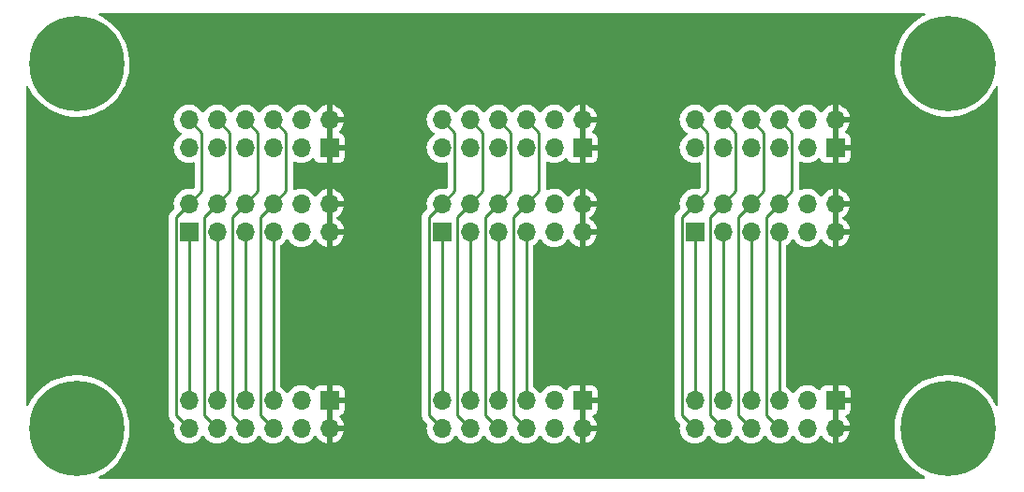
<source format=gbr>
%TF.GenerationSoftware,KiCad,Pcbnew,(6.0.5)*%
%TF.CreationDate,2022-05-29T15:24:28+02:00*%
%TF.ProjectId,pmod_peripheral,706d6f64-5f70-4657-9269-70686572616c,rev?*%
%TF.SameCoordinates,Original*%
%TF.FileFunction,Copper,L1,Top*%
%TF.FilePolarity,Positive*%
%FSLAX46Y46*%
G04 Gerber Fmt 4.6, Leading zero omitted, Abs format (unit mm)*
G04 Created by KiCad (PCBNEW (6.0.5)) date 2022-05-29 15:24:28*
%MOMM*%
%LPD*%
G01*
G04 APERTURE LIST*
%TA.AperFunction,ComponentPad*%
%ADD10R,1.700000X1.700000*%
%TD*%
%TA.AperFunction,ComponentPad*%
%ADD11O,1.700000X1.700000*%
%TD*%
%TA.AperFunction,ComponentPad*%
%ADD12C,0.900000*%
%TD*%
%TA.AperFunction,ComponentPad*%
%ADD13C,8.600000*%
%TD*%
%TA.AperFunction,Conductor*%
%ADD14C,0.250000*%
%TD*%
G04 APERTURE END LIST*
D10*
%TO.P,PMOD2,1,Pin_1*%
%TO.N,VCC*%
X99060000Y-83820000D03*
D11*
%TO.P,PMOD2,2,Pin_2*%
X99060000Y-86360000D03*
%TO.P,PMOD2,3,Pin_3*%
%TO.N,GND*%
X96520000Y-83820000D03*
%TO.P,PMOD2,4,Pin_4*%
X96520000Y-86360000D03*
%TO.P,PMOD2,5,Pin_5*%
%TO.N,PMOD_SPI_SCK*%
X93980000Y-83820000D03*
%TO.P,PMOD2,6,Pin_6*%
%TO.N,PMOD_SPI_GPIO4_CS3*%
X93980000Y-86360000D03*
%TO.P,PMOD2,7,Pin_7*%
%TO.N,PMOD_SPI_MISO*%
X91440000Y-83820000D03*
%TO.P,PMOD2,8,Pin_8*%
%TO.N,PMOD_SPI_GPIO3_CS2*%
X91440000Y-86360000D03*
%TO.P,PMOD2,9,Pin_9*%
%TO.N,PMOD_SPI_MOSI*%
X88900000Y-83820000D03*
%TO.P,PMOD2,10,Pin_10*%
%TO.N,PMOD_SPI_GPIO2_RESET*%
X88900000Y-86360000D03*
%TO.P,PMOD2,11,Pin_11*%
%TO.N,PMOD_SPI_CS*%
X86360000Y-83820000D03*
%TO.P,PMOD2,12,Pin_12*%
%TO.N,PMOD_SPI_GPIO1_INT*%
X86360000Y-86360000D03*
%TD*%
D10*
%TO.P,PMOD3,1,Pin_1*%
%TO.N,VCC*%
X121920000Y-83820000D03*
D11*
%TO.P,PMOD3,2,Pin_2*%
X121920000Y-86360000D03*
%TO.P,PMOD3,3,Pin_3*%
%TO.N,GND*%
X119380000Y-83820000D03*
%TO.P,PMOD3,4,Pin_4*%
X119380000Y-86360000D03*
%TO.P,PMOD3,5,Pin_5*%
%TO.N,PMOD_UART_RTS*%
X116840000Y-83820000D03*
%TO.P,PMOD3,6,Pin_6*%
%TO.N,PMOD_UART_GPIO4*%
X116840000Y-86360000D03*
%TO.P,PMOD3,7,Pin_7*%
%TO.N,PMOD_UART_RXD*%
X114300000Y-83820000D03*
%TO.P,PMOD3,8,Pin_8*%
%TO.N,PMOD_UART_GPIO3*%
X114300000Y-86360000D03*
%TO.P,PMOD3,9,Pin_9*%
%TO.N,PMOD_UART_TXD*%
X111760000Y-83820000D03*
%TO.P,PMOD3,10,Pin_10*%
%TO.N,PMOD_UART_GPIO2_RESET*%
X111760000Y-86360000D03*
%TO.P,PMOD3,11,Pin_11*%
%TO.N,PMOD_UART_CTS*%
X109220000Y-83820000D03*
%TO.P,PMOD3,12,Pin_12*%
%TO.N,PMOD_UART_GPIO1_INT*%
X109220000Y-86360000D03*
%TD*%
D10*
%TO.P,PMOD1,1,Pin_1*%
%TO.N,VCC*%
X76200000Y-83820000D03*
D11*
%TO.P,PMOD1,2,Pin_2*%
X76200000Y-86360000D03*
%TO.P,PMOD1,3,Pin_3*%
%TO.N,GND*%
X73660000Y-83820000D03*
%TO.P,PMOD1,4,Pin_4*%
X73660000Y-86360000D03*
%TO.P,PMOD1,5,Pin_5*%
%TO.N,PMOD_I2C_SDA*%
X71120000Y-83820000D03*
%TO.P,PMOD1,6,Pin_6*%
%TO.N,PMOD_I2C_GPIO4*%
X71120000Y-86360000D03*
%TO.P,PMOD1,7,Pin_7*%
%TO.N,PMOD_I2C_SCL*%
X68580000Y-83820000D03*
%TO.P,PMOD1,8,Pin_8*%
%TO.N,PMOD_I2C_GPIO3*%
X68580000Y-86360000D03*
%TO.P,PMOD1,9,Pin_9*%
%TO.N,PMOD_I2C_RESET*%
X66040000Y-83820000D03*
%TO.P,PMOD1,10,Pin_10*%
%TO.N,PMOD_I2C_GPIO2*%
X66040000Y-86360000D03*
%TO.P,PMOD1,11,Pin_11*%
%TO.N,PMOD_I2C_INT*%
X63500000Y-83820000D03*
%TO.P,PMOD1,12,Pin_12*%
%TO.N,PMOD_I2C_GPIO1*%
X63500000Y-86360000D03*
%TD*%
D10*
%TO.P,J4,1,Pin_1*%
%TO.N,PMOD_I2C_INT*%
X63500000Y-68580000D03*
D11*
%TO.P,J4,2,Pin_2*%
%TO.N,PMOD_I2C_GPIO1*%
X63500000Y-66040000D03*
%TO.P,J4,3,Pin_3*%
%TO.N,PMOD_I2C_RESET*%
X66040000Y-68580000D03*
%TO.P,J4,4,Pin_4*%
%TO.N,PMOD_I2C_GPIO2*%
X66040000Y-66040000D03*
%TO.P,J4,5,Pin_5*%
%TO.N,PMOD_I2C_SCL*%
X68580000Y-68580000D03*
%TO.P,J4,6,Pin_6*%
%TO.N,PMOD_I2C_GPIO3*%
X68580000Y-66040000D03*
%TO.P,J4,7,Pin_7*%
%TO.N,PMOD_I2C_SDA*%
X71120000Y-68580000D03*
%TO.P,J4,8,Pin_8*%
%TO.N,PMOD_I2C_GPIO4*%
X71120000Y-66040000D03*
%TO.P,J4,9,Pin_9*%
%TO.N,GND*%
X73660000Y-68580000D03*
%TO.P,J4,10,Pin_10*%
X73660000Y-66040000D03*
%TO.P,J4,11,Pin_11*%
%TO.N,VCC*%
X76200000Y-68580000D03*
%TO.P,J4,12,Pin_12*%
X76200000Y-66040000D03*
%TD*%
D10*
%TO.P,J5,1,Pin_1*%
%TO.N,PMOD_SPI_CS*%
X86360000Y-68580000D03*
D11*
%TO.P,J5,2,Pin_2*%
%TO.N,PMOD_SPI_GPIO1_INT*%
X86360000Y-66040000D03*
%TO.P,J5,3,Pin_3*%
%TO.N,PMOD_SPI_MOSI*%
X88900000Y-68580000D03*
%TO.P,J5,4,Pin_4*%
%TO.N,PMOD_SPI_GPIO2_RESET*%
X88900000Y-66040000D03*
%TO.P,J5,5,Pin_5*%
%TO.N,PMOD_SPI_MISO*%
X91440000Y-68580000D03*
%TO.P,J5,6,Pin_6*%
%TO.N,PMOD_SPI_GPIO3_CS2*%
X91440000Y-66040000D03*
%TO.P,J5,7,Pin_7*%
%TO.N,PMOD_SPI_SCK*%
X93980000Y-68580000D03*
%TO.P,J5,8,Pin_8*%
%TO.N,PMOD_SPI_GPIO4_CS3*%
X93980000Y-66040000D03*
%TO.P,J5,9,Pin_9*%
%TO.N,GND*%
X96520000Y-68580000D03*
%TO.P,J5,10,Pin_10*%
X96520000Y-66040000D03*
%TO.P,J5,11,Pin_11*%
%TO.N,VCC*%
X99060000Y-68580000D03*
%TO.P,J5,12,Pin_12*%
X99060000Y-66040000D03*
%TD*%
D10*
%TO.P,J6,1,Pin_1*%
%TO.N,PMOD_UART_CTS*%
X109220000Y-68580000D03*
D11*
%TO.P,J6,2,Pin_2*%
%TO.N,PMOD_UART_GPIO1_INT*%
X109220000Y-66040000D03*
%TO.P,J6,3,Pin_3*%
%TO.N,PMOD_UART_TXD*%
X111760000Y-68580000D03*
%TO.P,J6,4,Pin_4*%
%TO.N,PMOD_UART_GPIO2_RESET*%
X111760000Y-66040000D03*
%TO.P,J6,5,Pin_5*%
%TO.N,PMOD_UART_RXD*%
X114300000Y-68580000D03*
%TO.P,J6,6,Pin_6*%
%TO.N,PMOD_UART_GPIO3*%
X114300000Y-66040000D03*
%TO.P,J6,7,Pin_7*%
%TO.N,PMOD_UART_RTS*%
X116840000Y-68580000D03*
%TO.P,J6,8,Pin_8*%
%TO.N,PMOD_UART_GPIO4*%
X116840000Y-66040000D03*
%TO.P,J6,9,Pin_9*%
%TO.N,GND*%
X119380000Y-68580000D03*
%TO.P,J6,10,Pin_10*%
X119380000Y-66040000D03*
%TO.P,J6,11,Pin_11*%
%TO.N,VCC*%
X121920000Y-68580000D03*
%TO.P,J6,12,Pin_12*%
X121920000Y-66040000D03*
%TD*%
D12*
%TO.P,H3,1*%
%TO.N,N/C*%
X55620419Y-84079581D03*
X50115000Y-86360000D03*
X56565000Y-86360000D03*
X55620419Y-88640419D03*
X51059581Y-88640419D03*
X53340000Y-83135000D03*
X51059581Y-84079581D03*
X53340000Y-89585000D03*
D13*
X53340000Y-86360000D03*
%TD*%
D12*
%TO.P,H1,1*%
%TO.N,N/C*%
X53340000Y-56565000D03*
X50115000Y-53340000D03*
X51059581Y-51059581D03*
X56565000Y-53340000D03*
D13*
X53340000Y-53340000D03*
D12*
X53340000Y-50115000D03*
X51059581Y-55620419D03*
X55620419Y-55620419D03*
X55620419Y-51059581D03*
%TD*%
D10*
%TO.P,PMOD4,1,Pin_1*%
%TO.N,VCC*%
X76200000Y-60960000D03*
D11*
%TO.P,PMOD4,2,Pin_2*%
X76200000Y-58420000D03*
%TO.P,PMOD4,3,Pin_3*%
%TO.N,GND*%
X73660000Y-60960000D03*
%TO.P,PMOD4,4,Pin_4*%
X73660000Y-58420000D03*
%TO.P,PMOD4,5,Pin_5*%
%TO.N,PMOD_I2C_SDA*%
X71120000Y-60960000D03*
%TO.P,PMOD4,6,Pin_6*%
%TO.N,PMOD_I2C_GPIO4*%
X71120000Y-58420000D03*
%TO.P,PMOD4,7,Pin_7*%
%TO.N,PMOD_I2C_SCL*%
X68580000Y-60960000D03*
%TO.P,PMOD4,8,Pin_8*%
%TO.N,PMOD_I2C_GPIO3*%
X68580000Y-58420000D03*
%TO.P,PMOD4,9,Pin_9*%
%TO.N,PMOD_I2C_RESET*%
X66040000Y-60960000D03*
%TO.P,PMOD4,10,Pin_10*%
%TO.N,PMOD_I2C_GPIO2*%
X66040000Y-58420000D03*
%TO.P,PMOD4,11,Pin_11*%
%TO.N,PMOD_I2C_INT*%
X63500000Y-60960000D03*
%TO.P,PMOD4,12,Pin_12*%
%TO.N,PMOD_I2C_GPIO1*%
X63500000Y-58420000D03*
%TD*%
D12*
%TO.P,H4,1*%
%TO.N,N/C*%
X132080000Y-89585000D03*
X134360419Y-84079581D03*
X132080000Y-83135000D03*
D13*
X132080000Y-86360000D03*
D12*
X129799581Y-88640419D03*
X128855000Y-86360000D03*
X135305000Y-86360000D03*
X129799581Y-84079581D03*
X134360419Y-88640419D03*
%TD*%
D10*
%TO.P,PMOD5,1,Pin_1*%
%TO.N,VCC*%
X99060000Y-60960000D03*
D11*
%TO.P,PMOD5,2,Pin_2*%
X99060000Y-58420000D03*
%TO.P,PMOD5,3,Pin_3*%
%TO.N,GND*%
X96520000Y-60960000D03*
%TO.P,PMOD5,4,Pin_4*%
X96520000Y-58420000D03*
%TO.P,PMOD5,5,Pin_5*%
%TO.N,PMOD_SPI_SCK*%
X93980000Y-60960000D03*
%TO.P,PMOD5,6,Pin_6*%
%TO.N,PMOD_SPI_GPIO4_CS3*%
X93980000Y-58420000D03*
%TO.P,PMOD5,7,Pin_7*%
%TO.N,PMOD_SPI_MISO*%
X91440000Y-60960000D03*
%TO.P,PMOD5,8,Pin_8*%
%TO.N,PMOD_SPI_GPIO3_CS2*%
X91440000Y-58420000D03*
%TO.P,PMOD5,9,Pin_9*%
%TO.N,PMOD_SPI_MOSI*%
X88900000Y-60960000D03*
%TO.P,PMOD5,10,Pin_10*%
%TO.N,PMOD_SPI_GPIO2_RESET*%
X88900000Y-58420000D03*
%TO.P,PMOD5,11,Pin_11*%
%TO.N,PMOD_SPI_CS*%
X86360000Y-60960000D03*
%TO.P,PMOD5,12,Pin_12*%
%TO.N,PMOD_SPI_GPIO1_INT*%
X86360000Y-58420000D03*
%TD*%
D10*
%TO.P,PMOD6,1,Pin_1*%
%TO.N,VCC*%
X121920000Y-60960000D03*
D11*
%TO.P,PMOD6,2,Pin_2*%
X121920000Y-58420000D03*
%TO.P,PMOD6,3,Pin_3*%
%TO.N,GND*%
X119380000Y-60960000D03*
%TO.P,PMOD6,4,Pin_4*%
X119380000Y-58420000D03*
%TO.P,PMOD6,5,Pin_5*%
%TO.N,PMOD_UART_RTS*%
X116840000Y-60960000D03*
%TO.P,PMOD6,6,Pin_6*%
%TO.N,PMOD_UART_GPIO4*%
X116840000Y-58420000D03*
%TO.P,PMOD6,7,Pin_7*%
%TO.N,PMOD_UART_RXD*%
X114300000Y-60960000D03*
%TO.P,PMOD6,8,Pin_8*%
%TO.N,PMOD_UART_GPIO3*%
X114300000Y-58420000D03*
%TO.P,PMOD6,9,Pin_9*%
%TO.N,PMOD_UART_TXD*%
X111760000Y-60960000D03*
%TO.P,PMOD6,10,Pin_10*%
%TO.N,PMOD_UART_GPIO2_RESET*%
X111760000Y-58420000D03*
%TO.P,PMOD6,11,Pin_11*%
%TO.N,PMOD_UART_CTS*%
X109220000Y-60960000D03*
%TO.P,PMOD6,12,Pin_12*%
%TO.N,PMOD_UART_GPIO1_INT*%
X109220000Y-58420000D03*
%TD*%
D12*
%TO.P,H2,1*%
%TO.N,N/C*%
X132080000Y-56565000D03*
X135305000Y-53340000D03*
D13*
X132080000Y-53340000D03*
D12*
X134360419Y-51059581D03*
X129799581Y-55620419D03*
X128855000Y-53340000D03*
X129799581Y-51059581D03*
X134360419Y-55620419D03*
X132080000Y-50115000D03*
%TD*%
D14*
%TO.N,PMOD_UART_GPIO4*%
X116840000Y-66040000D02*
X118014511Y-64865489D01*
X115665489Y-85185489D02*
X116840000Y-86360000D01*
X118014511Y-59594511D02*
X116840000Y-58420000D01*
X116840000Y-66040000D02*
X115665489Y-67214511D01*
X115665489Y-67214511D02*
X115665489Y-85185489D01*
X118014511Y-64865489D02*
X118014511Y-59594511D01*
%TO.N,PMOD_UART_GPIO3*%
X115474511Y-64865489D02*
X115474511Y-59594511D01*
X114300000Y-66040000D02*
X115474511Y-64865489D01*
X113125489Y-67214511D02*
X113125489Y-85185489D01*
X114300000Y-66040000D02*
X113125489Y-67214511D01*
X113125489Y-85185489D02*
X114300000Y-86360000D01*
X115474511Y-59594511D02*
X114300000Y-58420000D01*
%TO.N,PMOD_UART_GPIO2_RESET*%
X112934511Y-64865489D02*
X112934511Y-59594511D01*
X110585489Y-85185489D02*
X111760000Y-86360000D01*
X112934511Y-59594511D02*
X111760000Y-58420000D01*
X111760000Y-66040000D02*
X110585489Y-67214511D01*
X111760000Y-66040000D02*
X112934511Y-64865489D01*
X110585489Y-67214511D02*
X110585489Y-85185489D01*
%TO.N,PMOD_UART_GPIO1_INT*%
X108045489Y-67214511D02*
X108045489Y-85185489D01*
X110394511Y-59594511D02*
X109220000Y-58420000D01*
X110394511Y-64865489D02*
X110394511Y-59594511D01*
X109220000Y-66040000D02*
X108045489Y-67214511D01*
X109220000Y-66040000D02*
X110394511Y-64865489D01*
X108045489Y-85185489D02*
X109220000Y-86360000D01*
%TO.N,PMOD_UART_RTS*%
X116840000Y-68580000D02*
X116840000Y-83820000D01*
%TO.N,PMOD_UART_RXD*%
X114300000Y-68580000D02*
X114300000Y-83820000D01*
%TO.N,PMOD_UART_TXD*%
X111760000Y-68580000D02*
X111760000Y-83820000D01*
%TO.N,PMOD_UART_CTS*%
X109220000Y-68580000D02*
X109220000Y-83820000D01*
%TO.N,PMOD_SPI_SCK*%
X93980000Y-68580000D02*
X93980000Y-83820000D01*
%TO.N,PMOD_SPI_MOSI*%
X88900000Y-68580000D02*
X88900000Y-83820000D01*
%TO.N,PMOD_SPI_MISO*%
X91440000Y-68580000D02*
X91440000Y-83820000D01*
%TO.N,PMOD_SPI_GPIO4_CS3*%
X95154511Y-59594511D02*
X93980000Y-58420000D01*
X92805489Y-85185489D02*
X93980000Y-86360000D01*
X93980000Y-66040000D02*
X92805489Y-67214511D01*
X93980000Y-66040000D02*
X95154511Y-64865489D01*
X92805489Y-67214511D02*
X92805489Y-85185489D01*
X95154511Y-64865489D02*
X95154511Y-59594511D01*
%TO.N,PMOD_SPI_GPIO3_CS2*%
X92614511Y-59594511D02*
X91440000Y-58420000D01*
X90265489Y-85185489D02*
X91440000Y-86360000D01*
X92614511Y-64865489D02*
X92614511Y-59594511D01*
X91440000Y-66040000D02*
X92614511Y-64865489D01*
X90265489Y-67214511D02*
X90265489Y-85185489D01*
X91440000Y-66040000D02*
X90265489Y-67214511D01*
%TO.N,PMOD_SPI_GPIO2_RESET*%
X88900000Y-66040000D02*
X90074511Y-64865489D01*
X87725489Y-67214511D02*
X87725489Y-85185489D01*
X88900000Y-66040000D02*
X87725489Y-67214511D01*
X87725489Y-85185489D02*
X88900000Y-86360000D01*
X90074511Y-59594511D02*
X88900000Y-58420000D01*
X90074511Y-64865489D02*
X90074511Y-59594511D01*
%TO.N,PMOD_SPI_GPIO1_INT*%
X86360000Y-66040000D02*
X87534511Y-64865489D01*
X85185489Y-67214511D02*
X85185489Y-85185489D01*
X85185489Y-85185489D02*
X86360000Y-86360000D01*
X87534511Y-59594511D02*
X86360000Y-58420000D01*
X86360000Y-66040000D02*
X85185489Y-67214511D01*
X87534511Y-64865489D02*
X87534511Y-59594511D01*
%TO.N,PMOD_SPI_CS*%
X86360000Y-68580000D02*
X86360000Y-83820000D01*
%TO.N,PMOD_I2C_SDA*%
X71120000Y-83820000D02*
X71120000Y-68580000D01*
%TO.N,PMOD_I2C_SCL*%
X68580000Y-68580000D02*
X68580000Y-83820000D01*
%TO.N,PMOD_I2C_RESET*%
X66040000Y-68580000D02*
X66040000Y-83820000D01*
%TO.N,PMOD_I2C_INT*%
X63500000Y-68580000D02*
X63500000Y-83820000D01*
%TO.N,PMOD_I2C_GPIO4*%
X71120000Y-66040000D02*
X69945489Y-67214511D01*
X71120000Y-66040000D02*
X72294511Y-64865489D01*
X69945489Y-67214511D02*
X69945489Y-85185489D01*
X72294511Y-59594511D02*
X71120000Y-58420000D01*
X72294511Y-64865489D02*
X72294511Y-59594511D01*
X69945489Y-85185489D02*
X71120000Y-86360000D01*
%TO.N,PMOD_I2C_GPIO3*%
X68580000Y-66040000D02*
X67405489Y-67214511D01*
X67405489Y-85185489D02*
X68580000Y-86360000D01*
X67405489Y-67214511D02*
X67405489Y-85185489D01*
X69754511Y-64865489D02*
X69754511Y-59594511D01*
X68580000Y-66040000D02*
X69754511Y-64865489D01*
X69754511Y-59594511D02*
X68580000Y-58420000D01*
%TO.N,PMOD_I2C_GPIO2*%
X67214511Y-59594511D02*
X66040000Y-58420000D01*
X66040000Y-66040000D02*
X67214511Y-64865489D01*
X66040000Y-66040000D02*
X64865489Y-67214511D01*
X64865489Y-67214511D02*
X64865489Y-85185489D01*
X67214511Y-64865489D02*
X67214511Y-59594511D01*
X64865489Y-85185489D02*
X66040000Y-86360000D01*
%TO.N,PMOD_I2C_GPIO1*%
X64674511Y-64865489D02*
X64674511Y-59594511D01*
X63500000Y-66040000D02*
X64674511Y-64865489D01*
X63500000Y-66040000D02*
X62325489Y-67214511D01*
X62325489Y-67214511D02*
X62325489Y-85185489D01*
X62325489Y-85185489D02*
X63500000Y-86360000D01*
X64674511Y-59594511D02*
X63500000Y-58420000D01*
%TD*%
%TA.AperFunction,Conductor*%
%TO.N,VCC*%
G36*
X130004543Y-48788502D02*
G01*
X130051036Y-48842158D01*
X130061140Y-48912432D01*
X130031646Y-48977012D01*
X129989173Y-49008926D01*
X129872361Y-49062777D01*
X129500880Y-49275957D01*
X129498577Y-49277566D01*
X129498570Y-49277571D01*
X129152129Y-49519701D01*
X129149820Y-49521315D01*
X128821961Y-49796909D01*
X128519899Y-50100557D01*
X128246025Y-50429855D01*
X128002508Y-50782194D01*
X127791276Y-51154786D01*
X127614002Y-51544680D01*
X127613080Y-51547306D01*
X127613075Y-51547318D01*
X127573633Y-51659634D01*
X127472089Y-51948790D01*
X127366661Y-52363914D01*
X127298552Y-52786768D01*
X127268302Y-53214001D01*
X127276151Y-53642233D01*
X127322036Y-54068071D01*
X127405594Y-54488144D01*
X127526163Y-54899127D01*
X127527190Y-54901740D01*
X127527190Y-54901741D01*
X127665651Y-55254145D01*
X127682789Y-55297765D01*
X127741316Y-55414896D01*
X127852161Y-55636731D01*
X127874231Y-55680901D01*
X128098974Y-56045502D01*
X128355239Y-56388682D01*
X128357100Y-56390760D01*
X128357101Y-56390761D01*
X128639127Y-56705637D01*
X128639133Y-56705643D01*
X128640995Y-56707722D01*
X128953981Y-57000098D01*
X129291719Y-57263493D01*
X129651533Y-57495822D01*
X129654012Y-57497126D01*
X129654015Y-57497128D01*
X130028077Y-57693932D01*
X130028083Y-57693935D01*
X130030577Y-57695247D01*
X130033175Y-57696331D01*
X130033179Y-57696333D01*
X130423263Y-57859109D01*
X130423268Y-57859111D01*
X130425847Y-57860187D01*
X130428512Y-57861030D01*
X130428518Y-57861032D01*
X130650561Y-57931254D01*
X130834214Y-57989336D01*
X131252446Y-58081673D01*
X131255220Y-58082031D01*
X131255221Y-58082031D01*
X131674460Y-58136109D01*
X131674467Y-58136110D01*
X131677230Y-58136466D01*
X131680017Y-58136576D01*
X131680023Y-58136576D01*
X131928238Y-58146328D01*
X132105203Y-58153281D01*
X132107995Y-58153142D01*
X132108000Y-58153142D01*
X132530172Y-58132125D01*
X132530181Y-58132124D01*
X132532976Y-58131985D01*
X132535753Y-58131597D01*
X132535755Y-58131597D01*
X132610066Y-58121219D01*
X132957163Y-58072747D01*
X133374404Y-57976036D01*
X133588307Y-57905915D01*
X133778744Y-57843487D01*
X133778750Y-57843485D01*
X133781397Y-57842617D01*
X134174918Y-57673547D01*
X134551852Y-57470164D01*
X134909214Y-57234080D01*
X135244175Y-56967162D01*
X135554082Y-56671525D01*
X135555919Y-56669431D01*
X135555927Y-56669422D01*
X135834635Y-56351616D01*
X135836482Y-56349510D01*
X136089139Y-56003666D01*
X136090585Y-56001265D01*
X136308601Y-55639142D01*
X136308606Y-55639133D01*
X136310052Y-55636731D01*
X136412204Y-55426823D01*
X136459998Y-55374323D01*
X136528588Y-55355997D01*
X136596198Y-55377663D01*
X136641362Y-55432442D01*
X136651500Y-55481959D01*
X136651500Y-84209490D01*
X136631498Y-84277611D01*
X136577842Y-84324104D01*
X136507568Y-84334208D01*
X136442988Y-84304714D01*
X136414300Y-84268740D01*
X136362939Y-84172347D01*
X136223050Y-83909807D01*
X136151257Y-83799886D01*
X135990381Y-83553573D01*
X135990378Y-83553569D01*
X135988840Y-83551214D01*
X135723680Y-83214860D01*
X135485110Y-82962138D01*
X135431596Y-82905449D01*
X135431593Y-82905446D01*
X135429670Y-82903409D01*
X135427579Y-82901556D01*
X135427571Y-82901548D01*
X135111237Y-82621188D01*
X135111235Y-82621186D01*
X135109137Y-82619327D01*
X135085293Y-82601715D01*
X134970159Y-82516676D01*
X134764621Y-82364863D01*
X134571733Y-82247355D01*
X134401237Y-82143487D01*
X134401230Y-82143483D01*
X134398848Y-82142032D01*
X134281514Y-82084169D01*
X134017228Y-81953838D01*
X134014714Y-81952598D01*
X133615262Y-81798062D01*
X133368678Y-81727122D01*
X133206335Y-81680417D01*
X133206329Y-81680415D01*
X133203654Y-81679646D01*
X133200917Y-81679117D01*
X133200911Y-81679115D01*
X133055828Y-81651046D01*
X132783148Y-81598289D01*
X132780374Y-81598005D01*
X132780362Y-81598003D01*
X132497111Y-81568982D01*
X132357076Y-81554634D01*
X132354286Y-81554597D01*
X132354278Y-81554597D01*
X132086825Y-81551096D01*
X131928809Y-81549028D01*
X131926009Y-81549241D01*
X131926008Y-81549241D01*
X131851364Y-81554919D01*
X131501740Y-81581514D01*
X131079249Y-81651836D01*
X130993671Y-81674048D01*
X130667400Y-81758731D01*
X130667389Y-81758734D01*
X130664682Y-81759437D01*
X130406575Y-81851599D01*
X130263964Y-81902520D01*
X130263959Y-81902522D01*
X130261321Y-81903464D01*
X130258781Y-81904635D01*
X130258776Y-81904637D01*
X130156930Y-81951589D01*
X129872361Y-82082777D01*
X129500880Y-82295957D01*
X129498577Y-82297566D01*
X129498570Y-82297571D01*
X129172857Y-82525214D01*
X129149820Y-82541315D01*
X128821961Y-82816909D01*
X128519899Y-83120557D01*
X128246025Y-83449855D01*
X128244431Y-83452162D01*
X128244429Y-83452164D01*
X128169806Y-83560135D01*
X128002508Y-83802194D01*
X127791276Y-84174786D01*
X127614002Y-84564680D01*
X127613080Y-84567306D01*
X127613075Y-84567318D01*
X127532333Y-84797240D01*
X127472089Y-84968790D01*
X127471398Y-84971510D01*
X127471397Y-84971514D01*
X127371140Y-85366279D01*
X127366661Y-85383914D01*
X127298552Y-85806768D01*
X127268302Y-86234001D01*
X127276151Y-86662233D01*
X127322036Y-87088071D01*
X127405594Y-87508144D01*
X127526163Y-87919127D01*
X127527190Y-87921740D01*
X127527190Y-87921741D01*
X127665651Y-88274145D01*
X127682789Y-88317765D01*
X127741316Y-88434896D01*
X127852161Y-88656731D01*
X127874231Y-88700901D01*
X128098974Y-89065502D01*
X128355239Y-89408682D01*
X128357100Y-89410760D01*
X128357101Y-89410761D01*
X128639127Y-89725637D01*
X128639133Y-89725643D01*
X128640995Y-89727722D01*
X128953981Y-90020098D01*
X129291719Y-90283493D01*
X129651533Y-90515822D01*
X129654012Y-90517126D01*
X129654015Y-90517128D01*
X129990178Y-90693992D01*
X130041151Y-90743411D01*
X130057314Y-90812544D01*
X130033535Y-90879440D01*
X129977364Y-90922860D01*
X129931511Y-90931500D01*
X55492547Y-90931500D01*
X55424426Y-90911498D01*
X55377933Y-90857842D01*
X55367829Y-90787568D01*
X55397323Y-90722988D01*
X55435166Y-90694006D01*
X55434918Y-90693547D01*
X55811852Y-90490164D01*
X56169214Y-90254080D01*
X56504175Y-89987162D01*
X56814082Y-89691525D01*
X56815919Y-89689431D01*
X56815927Y-89689422D01*
X57094635Y-89371616D01*
X57096482Y-89369510D01*
X57349139Y-89023666D01*
X57350585Y-89021265D01*
X57568601Y-88659142D01*
X57568606Y-88659133D01*
X57570052Y-88656731D01*
X57705551Y-88378299D01*
X57756238Y-88274145D01*
X57756239Y-88274142D01*
X57757471Y-88271611D01*
X57890724Y-87921741D01*
X57908918Y-87873971D01*
X57908920Y-87873964D01*
X57909914Y-87871355D01*
X58026173Y-87459132D01*
X58026689Y-87456389D01*
X58104811Y-87040954D01*
X58104813Y-87040942D01*
X58105327Y-87038207D01*
X58146750Y-86611911D01*
X58151603Y-86426590D01*
X58153289Y-86362234D01*
X58153289Y-86362220D01*
X58153347Y-86360000D01*
X58134291Y-85932121D01*
X58132143Y-85916124D01*
X58104893Y-85713247D01*
X58077275Y-85507630D01*
X58076033Y-85502138D01*
X57983368Y-85092618D01*
X57983368Y-85092617D01*
X57982750Y-85089887D01*
X57888509Y-84797240D01*
X57852318Y-84684856D01*
X57852316Y-84684849D01*
X57851463Y-84682202D01*
X57699828Y-84324104D01*
X57685550Y-84290384D01*
X57685548Y-84290379D01*
X57684456Y-84287801D01*
X57483050Y-83909807D01*
X57411257Y-83799886D01*
X57250381Y-83553573D01*
X57250378Y-83553569D01*
X57248840Y-83551214D01*
X56983680Y-83214860D01*
X56745110Y-82962138D01*
X56691596Y-82905449D01*
X56691593Y-82905446D01*
X56689670Y-82903409D01*
X56687579Y-82901556D01*
X56687571Y-82901548D01*
X56371237Y-82621188D01*
X56371235Y-82621186D01*
X56369137Y-82619327D01*
X56345293Y-82601715D01*
X56230159Y-82516676D01*
X56024621Y-82364863D01*
X55831733Y-82247355D01*
X55661237Y-82143487D01*
X55661230Y-82143483D01*
X55658848Y-82142032D01*
X55541514Y-82084169D01*
X55277228Y-81953838D01*
X55274714Y-81952598D01*
X54875262Y-81798062D01*
X54628678Y-81727122D01*
X54466335Y-81680417D01*
X54466329Y-81680415D01*
X54463654Y-81679646D01*
X54460917Y-81679117D01*
X54460911Y-81679115D01*
X54315828Y-81651046D01*
X54043148Y-81598289D01*
X54040374Y-81598005D01*
X54040362Y-81598003D01*
X53757111Y-81568982D01*
X53617076Y-81554634D01*
X53614286Y-81554597D01*
X53614278Y-81554597D01*
X53346825Y-81551096D01*
X53188809Y-81549028D01*
X53186009Y-81549241D01*
X53186008Y-81549241D01*
X53111364Y-81554919D01*
X52761740Y-81581514D01*
X52339249Y-81651836D01*
X52253671Y-81674048D01*
X51927400Y-81758731D01*
X51927389Y-81758734D01*
X51924682Y-81759437D01*
X51666575Y-81851599D01*
X51523964Y-81902520D01*
X51523959Y-81902522D01*
X51521321Y-81903464D01*
X51518781Y-81904635D01*
X51518776Y-81904637D01*
X51416930Y-81951589D01*
X51132361Y-82082777D01*
X50760880Y-82295957D01*
X50758577Y-82297566D01*
X50758570Y-82297571D01*
X50432857Y-82525214D01*
X50409820Y-82541315D01*
X50081961Y-82816909D01*
X49779899Y-83120557D01*
X49506025Y-83449855D01*
X49504431Y-83452162D01*
X49504429Y-83452164D01*
X49429806Y-83560135D01*
X49262508Y-83802194D01*
X49051276Y-84174786D01*
X49050117Y-84177335D01*
X49050115Y-84177339D01*
X49009201Y-84267325D01*
X48962797Y-84321058D01*
X48894710Y-84341174D01*
X48826556Y-84321285D01*
X48779974Y-84267707D01*
X48768500Y-84215174D01*
X48768500Y-67194454D01*
X61687269Y-67194454D01*
X61688015Y-67202346D01*
X61691430Y-67238472D01*
X61691989Y-67250330D01*
X61691989Y-85106722D01*
X61691462Y-85117905D01*
X61689787Y-85125398D01*
X61690036Y-85133324D01*
X61690036Y-85133325D01*
X61691927Y-85193475D01*
X61691989Y-85197434D01*
X61691989Y-85225345D01*
X61692486Y-85229279D01*
X61692486Y-85229280D01*
X61692494Y-85229345D01*
X61693427Y-85241182D01*
X61694816Y-85285378D01*
X61699771Y-85302433D01*
X61700467Y-85304828D01*
X61704476Y-85324189D01*
X61707015Y-85344286D01*
X61709934Y-85351657D01*
X61709934Y-85351659D01*
X61723293Y-85385401D01*
X61727138Y-85396631D01*
X61739471Y-85439082D01*
X61743504Y-85445901D01*
X61743506Y-85445906D01*
X61749782Y-85456517D01*
X61758477Y-85474265D01*
X61765937Y-85493106D01*
X61770599Y-85499522D01*
X61770599Y-85499523D01*
X61791925Y-85528876D01*
X61798441Y-85538796D01*
X61820947Y-85576851D01*
X61835268Y-85591172D01*
X61848108Y-85606205D01*
X61860017Y-85622596D01*
X61866123Y-85627647D01*
X61894094Y-85650787D01*
X61902873Y-85658777D01*
X62149778Y-85905682D01*
X62183804Y-85967994D01*
X62182100Y-86028448D01*
X62160989Y-86104570D01*
X62160441Y-86109700D01*
X62160440Y-86109704D01*
X62150654Y-86201281D01*
X62137251Y-86326695D01*
X62150110Y-86549715D01*
X62151247Y-86554761D01*
X62151248Y-86554767D01*
X62165449Y-86617778D01*
X62199222Y-86767639D01*
X62283266Y-86974616D01*
X62323918Y-87040954D01*
X62397291Y-87160688D01*
X62399987Y-87165088D01*
X62546250Y-87333938D01*
X62718126Y-87476632D01*
X62911000Y-87589338D01*
X63119692Y-87669030D01*
X63124760Y-87670061D01*
X63124763Y-87670062D01*
X63219862Y-87689410D01*
X63338597Y-87713567D01*
X63343772Y-87713757D01*
X63343774Y-87713757D01*
X63556673Y-87721564D01*
X63556677Y-87721564D01*
X63561837Y-87721753D01*
X63566957Y-87721097D01*
X63566959Y-87721097D01*
X63778288Y-87694025D01*
X63778289Y-87694025D01*
X63783416Y-87693368D01*
X63788366Y-87691883D01*
X63992429Y-87630661D01*
X63992434Y-87630659D01*
X63997384Y-87629174D01*
X64197994Y-87530896D01*
X64379860Y-87401173D01*
X64538096Y-87243489D01*
X64597594Y-87160689D01*
X64668453Y-87062077D01*
X64669776Y-87063028D01*
X64716645Y-87019857D01*
X64786580Y-87007625D01*
X64852026Y-87035144D01*
X64879875Y-87066994D01*
X64939987Y-87165088D01*
X65086250Y-87333938D01*
X65258126Y-87476632D01*
X65451000Y-87589338D01*
X65659692Y-87669030D01*
X65664760Y-87670061D01*
X65664763Y-87670062D01*
X65759862Y-87689410D01*
X65878597Y-87713567D01*
X65883772Y-87713757D01*
X65883774Y-87713757D01*
X66096673Y-87721564D01*
X66096677Y-87721564D01*
X66101837Y-87721753D01*
X66106957Y-87721097D01*
X66106959Y-87721097D01*
X66318288Y-87694025D01*
X66318289Y-87694025D01*
X66323416Y-87693368D01*
X66328366Y-87691883D01*
X66532429Y-87630661D01*
X66532434Y-87630659D01*
X66537384Y-87629174D01*
X66737994Y-87530896D01*
X66919860Y-87401173D01*
X67078096Y-87243489D01*
X67137594Y-87160689D01*
X67208453Y-87062077D01*
X67209776Y-87063028D01*
X67256645Y-87019857D01*
X67326580Y-87007625D01*
X67392026Y-87035144D01*
X67419875Y-87066994D01*
X67479987Y-87165088D01*
X67626250Y-87333938D01*
X67798126Y-87476632D01*
X67991000Y-87589338D01*
X68199692Y-87669030D01*
X68204760Y-87670061D01*
X68204763Y-87670062D01*
X68299862Y-87689410D01*
X68418597Y-87713567D01*
X68423772Y-87713757D01*
X68423774Y-87713757D01*
X68636673Y-87721564D01*
X68636677Y-87721564D01*
X68641837Y-87721753D01*
X68646957Y-87721097D01*
X68646959Y-87721097D01*
X68858288Y-87694025D01*
X68858289Y-87694025D01*
X68863416Y-87693368D01*
X68868366Y-87691883D01*
X69072429Y-87630661D01*
X69072434Y-87630659D01*
X69077384Y-87629174D01*
X69277994Y-87530896D01*
X69459860Y-87401173D01*
X69618096Y-87243489D01*
X69677594Y-87160689D01*
X69748453Y-87062077D01*
X69749776Y-87063028D01*
X69796645Y-87019857D01*
X69866580Y-87007625D01*
X69932026Y-87035144D01*
X69959875Y-87066994D01*
X70019987Y-87165088D01*
X70166250Y-87333938D01*
X70338126Y-87476632D01*
X70531000Y-87589338D01*
X70739692Y-87669030D01*
X70744760Y-87670061D01*
X70744763Y-87670062D01*
X70839862Y-87689410D01*
X70958597Y-87713567D01*
X70963772Y-87713757D01*
X70963774Y-87713757D01*
X71176673Y-87721564D01*
X71176677Y-87721564D01*
X71181837Y-87721753D01*
X71186957Y-87721097D01*
X71186959Y-87721097D01*
X71398288Y-87694025D01*
X71398289Y-87694025D01*
X71403416Y-87693368D01*
X71408366Y-87691883D01*
X71612429Y-87630661D01*
X71612434Y-87630659D01*
X71617384Y-87629174D01*
X71817994Y-87530896D01*
X71999860Y-87401173D01*
X72158096Y-87243489D01*
X72217594Y-87160689D01*
X72288453Y-87062077D01*
X72289776Y-87063028D01*
X72336645Y-87019857D01*
X72406580Y-87007625D01*
X72472026Y-87035144D01*
X72499875Y-87066994D01*
X72559987Y-87165088D01*
X72706250Y-87333938D01*
X72878126Y-87476632D01*
X73071000Y-87589338D01*
X73279692Y-87669030D01*
X73284760Y-87670061D01*
X73284763Y-87670062D01*
X73379862Y-87689410D01*
X73498597Y-87713567D01*
X73503772Y-87713757D01*
X73503774Y-87713757D01*
X73716673Y-87721564D01*
X73716677Y-87721564D01*
X73721837Y-87721753D01*
X73726957Y-87721097D01*
X73726959Y-87721097D01*
X73938288Y-87694025D01*
X73938289Y-87694025D01*
X73943416Y-87693368D01*
X73948366Y-87691883D01*
X74152429Y-87630661D01*
X74152434Y-87630659D01*
X74157384Y-87629174D01*
X74357994Y-87530896D01*
X74539860Y-87401173D01*
X74698096Y-87243489D01*
X74757594Y-87160689D01*
X74828453Y-87062077D01*
X74829640Y-87062930D01*
X74876960Y-87019362D01*
X74946897Y-87007145D01*
X75012338Y-87034678D01*
X75040166Y-87066511D01*
X75097694Y-87160388D01*
X75103777Y-87168699D01*
X75243213Y-87329667D01*
X75250580Y-87336883D01*
X75414434Y-87472916D01*
X75422881Y-87478831D01*
X75606756Y-87586279D01*
X75616042Y-87590729D01*
X75815001Y-87666703D01*
X75824899Y-87669579D01*
X75928250Y-87690606D01*
X75942299Y-87689410D01*
X75946000Y-87679065D01*
X75946000Y-87678517D01*
X76454000Y-87678517D01*
X76458064Y-87692359D01*
X76471478Y-87694393D01*
X76478184Y-87693534D01*
X76488262Y-87691392D01*
X76692255Y-87630191D01*
X76701842Y-87626433D01*
X76893095Y-87532739D01*
X76901945Y-87527464D01*
X77075328Y-87403792D01*
X77083200Y-87397139D01*
X77234052Y-87246812D01*
X77240730Y-87238965D01*
X77365003Y-87066020D01*
X77370313Y-87057183D01*
X77464670Y-86866267D01*
X77468469Y-86856672D01*
X77530377Y-86652910D01*
X77532555Y-86642837D01*
X77533986Y-86631962D01*
X77531775Y-86617778D01*
X77518617Y-86614000D01*
X76472115Y-86614000D01*
X76456876Y-86618475D01*
X76455671Y-86619865D01*
X76454000Y-86627548D01*
X76454000Y-87678517D01*
X75946000Y-87678517D01*
X75946000Y-86087885D01*
X76454000Y-86087885D01*
X76458475Y-86103124D01*
X76459865Y-86104329D01*
X76467548Y-86106000D01*
X77518344Y-86106000D01*
X77531875Y-86102027D01*
X77533180Y-86092947D01*
X77491214Y-85925875D01*
X77487894Y-85916124D01*
X77402972Y-85720814D01*
X77398105Y-85711739D01*
X77282426Y-85532926D01*
X77276136Y-85524757D01*
X77131931Y-85366279D01*
X77100879Y-85302433D01*
X77109273Y-85231934D01*
X77154450Y-85177166D01*
X77180894Y-85163497D01*
X77288054Y-85123324D01*
X77303649Y-85114786D01*
X77405724Y-85038285D01*
X77418285Y-85025724D01*
X77494786Y-84923649D01*
X77503324Y-84908054D01*
X77548478Y-84787606D01*
X77552105Y-84772351D01*
X77557631Y-84721486D01*
X77558000Y-84714672D01*
X77558000Y-84092115D01*
X77553525Y-84076876D01*
X77552135Y-84075671D01*
X77544452Y-84074000D01*
X76472115Y-84074000D01*
X76456876Y-84078475D01*
X76455671Y-84079865D01*
X76454000Y-84087548D01*
X76454000Y-86087885D01*
X75946000Y-86087885D01*
X75946000Y-83547885D01*
X76454000Y-83547885D01*
X76458475Y-83563124D01*
X76459865Y-83564329D01*
X76467548Y-83566000D01*
X77539884Y-83566000D01*
X77555123Y-83561525D01*
X77556328Y-83560135D01*
X77557999Y-83552452D01*
X77557999Y-82925331D01*
X77557629Y-82918510D01*
X77552105Y-82867648D01*
X77548479Y-82852396D01*
X77503324Y-82731946D01*
X77494786Y-82716351D01*
X77418285Y-82614276D01*
X77405724Y-82601715D01*
X77303649Y-82525214D01*
X77288054Y-82516676D01*
X77167606Y-82471522D01*
X77152351Y-82467895D01*
X77101486Y-82462369D01*
X77094672Y-82462000D01*
X76472115Y-82462000D01*
X76456876Y-82466475D01*
X76455671Y-82467865D01*
X76454000Y-82475548D01*
X76454000Y-83547885D01*
X75946000Y-83547885D01*
X75946000Y-82480116D01*
X75941525Y-82464877D01*
X75940135Y-82463672D01*
X75932452Y-82462001D01*
X75305331Y-82462001D01*
X75298510Y-82462371D01*
X75247648Y-82467895D01*
X75232396Y-82471521D01*
X75111946Y-82516676D01*
X75096351Y-82525214D01*
X74994276Y-82601715D01*
X74981715Y-82614276D01*
X74905214Y-82716351D01*
X74896676Y-82731946D01*
X74855297Y-82842322D01*
X74812655Y-82899087D01*
X74746093Y-82923786D01*
X74676744Y-82908578D01*
X74644121Y-82882891D01*
X74593151Y-82826876D01*
X74593145Y-82826870D01*
X74589670Y-82823051D01*
X74585619Y-82819852D01*
X74585615Y-82819848D01*
X74418414Y-82687800D01*
X74418410Y-82687798D01*
X74414359Y-82684598D01*
X74409831Y-82682098D01*
X74358608Y-82653822D01*
X74218789Y-82576638D01*
X74213920Y-82574914D01*
X74213916Y-82574912D01*
X74013087Y-82503795D01*
X74013083Y-82503794D01*
X74008212Y-82502069D01*
X74003119Y-82501162D01*
X74003116Y-82501161D01*
X73793373Y-82463800D01*
X73793367Y-82463799D01*
X73788284Y-82462894D01*
X73714452Y-82461992D01*
X73570081Y-82460228D01*
X73570079Y-82460228D01*
X73564911Y-82460165D01*
X73344091Y-82493955D01*
X73131756Y-82563357D01*
X73101443Y-82579137D01*
X72957975Y-82653822D01*
X72933607Y-82666507D01*
X72929474Y-82669610D01*
X72929471Y-82669612D01*
X72846450Y-82731946D01*
X72754965Y-82800635D01*
X72600629Y-82962138D01*
X72493201Y-83119621D01*
X72438293Y-83164621D01*
X72367768Y-83172792D01*
X72304021Y-83141538D01*
X72283324Y-83117054D01*
X72202822Y-82992617D01*
X72202820Y-82992614D01*
X72200014Y-82988277D01*
X72049670Y-82823051D01*
X72045619Y-82819852D01*
X72045615Y-82819848D01*
X71878414Y-82687800D01*
X71878410Y-82687798D01*
X71874359Y-82684598D01*
X71869835Y-82682101D01*
X71869831Y-82682098D01*
X71818608Y-82653822D01*
X71768636Y-82603390D01*
X71753500Y-82543513D01*
X71753500Y-69860427D01*
X71773502Y-69792306D01*
X71814618Y-69752550D01*
X71817994Y-69750896D01*
X71999860Y-69621173D01*
X72158096Y-69463489D01*
X72288453Y-69282077D01*
X72289776Y-69283028D01*
X72336645Y-69239857D01*
X72406580Y-69227625D01*
X72472026Y-69255144D01*
X72499875Y-69286994D01*
X72559987Y-69385088D01*
X72706250Y-69553938D01*
X72878126Y-69696632D01*
X73071000Y-69809338D01*
X73279692Y-69889030D01*
X73284760Y-69890061D01*
X73284763Y-69890062D01*
X73379862Y-69909410D01*
X73498597Y-69933567D01*
X73503772Y-69933757D01*
X73503774Y-69933757D01*
X73716673Y-69941564D01*
X73716677Y-69941564D01*
X73721837Y-69941753D01*
X73726957Y-69941097D01*
X73726959Y-69941097D01*
X73938288Y-69914025D01*
X73938289Y-69914025D01*
X73943416Y-69913368D01*
X73948366Y-69911883D01*
X74152429Y-69850661D01*
X74152434Y-69850659D01*
X74157384Y-69849174D01*
X74357994Y-69750896D01*
X74539860Y-69621173D01*
X74698096Y-69463489D01*
X74828453Y-69282077D01*
X74829640Y-69282930D01*
X74876960Y-69239362D01*
X74946897Y-69227145D01*
X75012338Y-69254678D01*
X75040166Y-69286511D01*
X75097694Y-69380388D01*
X75103777Y-69388699D01*
X75243213Y-69549667D01*
X75250580Y-69556883D01*
X75414434Y-69692916D01*
X75422881Y-69698831D01*
X75606756Y-69806279D01*
X75616042Y-69810729D01*
X75815001Y-69886703D01*
X75824899Y-69889579D01*
X75928250Y-69910606D01*
X75942299Y-69909410D01*
X75946000Y-69899065D01*
X75946000Y-69898517D01*
X76454000Y-69898517D01*
X76458064Y-69912359D01*
X76471478Y-69914393D01*
X76478184Y-69913534D01*
X76488262Y-69911392D01*
X76692255Y-69850191D01*
X76701842Y-69846433D01*
X76893095Y-69752739D01*
X76901945Y-69747464D01*
X77075328Y-69623792D01*
X77083200Y-69617139D01*
X77234052Y-69466812D01*
X77240730Y-69458965D01*
X77365003Y-69286020D01*
X77370313Y-69277183D01*
X77464670Y-69086267D01*
X77468469Y-69076672D01*
X77530377Y-68872910D01*
X77532555Y-68862837D01*
X77533986Y-68851962D01*
X77531775Y-68837778D01*
X77518617Y-68834000D01*
X76472115Y-68834000D01*
X76456876Y-68838475D01*
X76455671Y-68839865D01*
X76454000Y-68847548D01*
X76454000Y-69898517D01*
X75946000Y-69898517D01*
X75946000Y-68307885D01*
X76454000Y-68307885D01*
X76458475Y-68323124D01*
X76459865Y-68324329D01*
X76467548Y-68326000D01*
X77518344Y-68326000D01*
X77531875Y-68322027D01*
X77533180Y-68312947D01*
X77491214Y-68145875D01*
X77487894Y-68136124D01*
X77402972Y-67940814D01*
X77398105Y-67931739D01*
X77282426Y-67752926D01*
X77276136Y-67744757D01*
X77132806Y-67587240D01*
X77125273Y-67580215D01*
X76958139Y-67448222D01*
X76949552Y-67442517D01*
X76912116Y-67421851D01*
X76862146Y-67371419D01*
X76847374Y-67301976D01*
X76872490Y-67235571D01*
X76899842Y-67208964D01*
X76920184Y-67194454D01*
X84547269Y-67194454D01*
X84548015Y-67202346D01*
X84551430Y-67238472D01*
X84551989Y-67250330D01*
X84551989Y-85106722D01*
X84551462Y-85117905D01*
X84549787Y-85125398D01*
X84550036Y-85133324D01*
X84550036Y-85133325D01*
X84551927Y-85193475D01*
X84551989Y-85197434D01*
X84551989Y-85225345D01*
X84552486Y-85229279D01*
X84552486Y-85229280D01*
X84552494Y-85229345D01*
X84553427Y-85241182D01*
X84554816Y-85285378D01*
X84559771Y-85302433D01*
X84560467Y-85304828D01*
X84564476Y-85324189D01*
X84567015Y-85344286D01*
X84569934Y-85351657D01*
X84569934Y-85351659D01*
X84583293Y-85385401D01*
X84587138Y-85396631D01*
X84599471Y-85439082D01*
X84603504Y-85445901D01*
X84603506Y-85445906D01*
X84609782Y-85456517D01*
X84618477Y-85474265D01*
X84625937Y-85493106D01*
X84630599Y-85499522D01*
X84630599Y-85499523D01*
X84651925Y-85528876D01*
X84658441Y-85538796D01*
X84680947Y-85576851D01*
X84695268Y-85591172D01*
X84708108Y-85606205D01*
X84720017Y-85622596D01*
X84726123Y-85627647D01*
X84754094Y-85650787D01*
X84762873Y-85658777D01*
X85009778Y-85905682D01*
X85043804Y-85967994D01*
X85042100Y-86028448D01*
X85020989Y-86104570D01*
X85020441Y-86109700D01*
X85020440Y-86109704D01*
X85010654Y-86201281D01*
X84997251Y-86326695D01*
X85010110Y-86549715D01*
X85011247Y-86554761D01*
X85011248Y-86554767D01*
X85025449Y-86617778D01*
X85059222Y-86767639D01*
X85143266Y-86974616D01*
X85183918Y-87040954D01*
X85257291Y-87160688D01*
X85259987Y-87165088D01*
X85406250Y-87333938D01*
X85578126Y-87476632D01*
X85771000Y-87589338D01*
X85979692Y-87669030D01*
X85984760Y-87670061D01*
X85984763Y-87670062D01*
X86079862Y-87689410D01*
X86198597Y-87713567D01*
X86203772Y-87713757D01*
X86203774Y-87713757D01*
X86416673Y-87721564D01*
X86416677Y-87721564D01*
X86421837Y-87721753D01*
X86426957Y-87721097D01*
X86426959Y-87721097D01*
X86638288Y-87694025D01*
X86638289Y-87694025D01*
X86643416Y-87693368D01*
X86648366Y-87691883D01*
X86852429Y-87630661D01*
X86852434Y-87630659D01*
X86857384Y-87629174D01*
X87057994Y-87530896D01*
X87239860Y-87401173D01*
X87398096Y-87243489D01*
X87457594Y-87160689D01*
X87528453Y-87062077D01*
X87529776Y-87063028D01*
X87576645Y-87019857D01*
X87646580Y-87007625D01*
X87712026Y-87035144D01*
X87739875Y-87066994D01*
X87799987Y-87165088D01*
X87946250Y-87333938D01*
X88118126Y-87476632D01*
X88311000Y-87589338D01*
X88519692Y-87669030D01*
X88524760Y-87670061D01*
X88524763Y-87670062D01*
X88619862Y-87689410D01*
X88738597Y-87713567D01*
X88743772Y-87713757D01*
X88743774Y-87713757D01*
X88956673Y-87721564D01*
X88956677Y-87721564D01*
X88961837Y-87721753D01*
X88966957Y-87721097D01*
X88966959Y-87721097D01*
X89178288Y-87694025D01*
X89178289Y-87694025D01*
X89183416Y-87693368D01*
X89188366Y-87691883D01*
X89392429Y-87630661D01*
X89392434Y-87630659D01*
X89397384Y-87629174D01*
X89597994Y-87530896D01*
X89779860Y-87401173D01*
X89938096Y-87243489D01*
X89997594Y-87160689D01*
X90068453Y-87062077D01*
X90069776Y-87063028D01*
X90116645Y-87019857D01*
X90186580Y-87007625D01*
X90252026Y-87035144D01*
X90279875Y-87066994D01*
X90339987Y-87165088D01*
X90486250Y-87333938D01*
X90658126Y-87476632D01*
X90851000Y-87589338D01*
X91059692Y-87669030D01*
X91064760Y-87670061D01*
X91064763Y-87670062D01*
X91159862Y-87689410D01*
X91278597Y-87713567D01*
X91283772Y-87713757D01*
X91283774Y-87713757D01*
X91496673Y-87721564D01*
X91496677Y-87721564D01*
X91501837Y-87721753D01*
X91506957Y-87721097D01*
X91506959Y-87721097D01*
X91718288Y-87694025D01*
X91718289Y-87694025D01*
X91723416Y-87693368D01*
X91728366Y-87691883D01*
X91932429Y-87630661D01*
X91932434Y-87630659D01*
X91937384Y-87629174D01*
X92137994Y-87530896D01*
X92319860Y-87401173D01*
X92478096Y-87243489D01*
X92537594Y-87160689D01*
X92608453Y-87062077D01*
X92609776Y-87063028D01*
X92656645Y-87019857D01*
X92726580Y-87007625D01*
X92792026Y-87035144D01*
X92819875Y-87066994D01*
X92879987Y-87165088D01*
X93026250Y-87333938D01*
X93198126Y-87476632D01*
X93391000Y-87589338D01*
X93599692Y-87669030D01*
X93604760Y-87670061D01*
X93604763Y-87670062D01*
X93699862Y-87689410D01*
X93818597Y-87713567D01*
X93823772Y-87713757D01*
X93823774Y-87713757D01*
X94036673Y-87721564D01*
X94036677Y-87721564D01*
X94041837Y-87721753D01*
X94046957Y-87721097D01*
X94046959Y-87721097D01*
X94258288Y-87694025D01*
X94258289Y-87694025D01*
X94263416Y-87693368D01*
X94268366Y-87691883D01*
X94472429Y-87630661D01*
X94472434Y-87630659D01*
X94477384Y-87629174D01*
X94677994Y-87530896D01*
X94859860Y-87401173D01*
X95018096Y-87243489D01*
X95077594Y-87160689D01*
X95148453Y-87062077D01*
X95149776Y-87063028D01*
X95196645Y-87019857D01*
X95266580Y-87007625D01*
X95332026Y-87035144D01*
X95359875Y-87066994D01*
X95419987Y-87165088D01*
X95566250Y-87333938D01*
X95738126Y-87476632D01*
X95931000Y-87589338D01*
X96139692Y-87669030D01*
X96144760Y-87670061D01*
X96144763Y-87670062D01*
X96239862Y-87689410D01*
X96358597Y-87713567D01*
X96363772Y-87713757D01*
X96363774Y-87713757D01*
X96576673Y-87721564D01*
X96576677Y-87721564D01*
X96581837Y-87721753D01*
X96586957Y-87721097D01*
X96586959Y-87721097D01*
X96798288Y-87694025D01*
X96798289Y-87694025D01*
X96803416Y-87693368D01*
X96808366Y-87691883D01*
X97012429Y-87630661D01*
X97012434Y-87630659D01*
X97017384Y-87629174D01*
X97217994Y-87530896D01*
X97399860Y-87401173D01*
X97558096Y-87243489D01*
X97617594Y-87160689D01*
X97688453Y-87062077D01*
X97689640Y-87062930D01*
X97736960Y-87019362D01*
X97806897Y-87007145D01*
X97872338Y-87034678D01*
X97900166Y-87066511D01*
X97957694Y-87160388D01*
X97963777Y-87168699D01*
X98103213Y-87329667D01*
X98110580Y-87336883D01*
X98274434Y-87472916D01*
X98282881Y-87478831D01*
X98466756Y-87586279D01*
X98476042Y-87590729D01*
X98675001Y-87666703D01*
X98684899Y-87669579D01*
X98788250Y-87690606D01*
X98802299Y-87689410D01*
X98806000Y-87679065D01*
X98806000Y-87678517D01*
X99314000Y-87678517D01*
X99318064Y-87692359D01*
X99331478Y-87694393D01*
X99338184Y-87693534D01*
X99348262Y-87691392D01*
X99552255Y-87630191D01*
X99561842Y-87626433D01*
X99753095Y-87532739D01*
X99761945Y-87527464D01*
X99935328Y-87403792D01*
X99943200Y-87397139D01*
X100094052Y-87246812D01*
X100100730Y-87238965D01*
X100225003Y-87066020D01*
X100230313Y-87057183D01*
X100324670Y-86866267D01*
X100328469Y-86856672D01*
X100390377Y-86652910D01*
X100392555Y-86642837D01*
X100393986Y-86631962D01*
X100391775Y-86617778D01*
X100378617Y-86614000D01*
X99332115Y-86614000D01*
X99316876Y-86618475D01*
X99315671Y-86619865D01*
X99314000Y-86627548D01*
X99314000Y-87678517D01*
X98806000Y-87678517D01*
X98806000Y-86087885D01*
X99314000Y-86087885D01*
X99318475Y-86103124D01*
X99319865Y-86104329D01*
X99327548Y-86106000D01*
X100378344Y-86106000D01*
X100391875Y-86102027D01*
X100393180Y-86092947D01*
X100351214Y-85925875D01*
X100347894Y-85916124D01*
X100262972Y-85720814D01*
X100258105Y-85711739D01*
X100142426Y-85532926D01*
X100136136Y-85524757D01*
X99991931Y-85366279D01*
X99960879Y-85302433D01*
X99969273Y-85231934D01*
X100014450Y-85177166D01*
X100040894Y-85163497D01*
X100148054Y-85123324D01*
X100163649Y-85114786D01*
X100265724Y-85038285D01*
X100278285Y-85025724D01*
X100354786Y-84923649D01*
X100363324Y-84908054D01*
X100408478Y-84787606D01*
X100412105Y-84772351D01*
X100417631Y-84721486D01*
X100418000Y-84714672D01*
X100418000Y-84092115D01*
X100413525Y-84076876D01*
X100412135Y-84075671D01*
X100404452Y-84074000D01*
X99332115Y-84074000D01*
X99316876Y-84078475D01*
X99315671Y-84079865D01*
X99314000Y-84087548D01*
X99314000Y-86087885D01*
X98806000Y-86087885D01*
X98806000Y-83547885D01*
X99314000Y-83547885D01*
X99318475Y-83563124D01*
X99319865Y-83564329D01*
X99327548Y-83566000D01*
X100399884Y-83566000D01*
X100415123Y-83561525D01*
X100416328Y-83560135D01*
X100417999Y-83552452D01*
X100417999Y-82925331D01*
X100417629Y-82918510D01*
X100412105Y-82867648D01*
X100408479Y-82852396D01*
X100363324Y-82731946D01*
X100354786Y-82716351D01*
X100278285Y-82614276D01*
X100265724Y-82601715D01*
X100163649Y-82525214D01*
X100148054Y-82516676D01*
X100027606Y-82471522D01*
X100012351Y-82467895D01*
X99961486Y-82462369D01*
X99954672Y-82462000D01*
X99332115Y-82462000D01*
X99316876Y-82466475D01*
X99315671Y-82467865D01*
X99314000Y-82475548D01*
X99314000Y-83547885D01*
X98806000Y-83547885D01*
X98806000Y-82480116D01*
X98801525Y-82464877D01*
X98800135Y-82463672D01*
X98792452Y-82462001D01*
X98165331Y-82462001D01*
X98158510Y-82462371D01*
X98107648Y-82467895D01*
X98092396Y-82471521D01*
X97971946Y-82516676D01*
X97956351Y-82525214D01*
X97854276Y-82601715D01*
X97841715Y-82614276D01*
X97765214Y-82716351D01*
X97756676Y-82731946D01*
X97715297Y-82842322D01*
X97672655Y-82899087D01*
X97606093Y-82923786D01*
X97536744Y-82908578D01*
X97504121Y-82882891D01*
X97453151Y-82826876D01*
X97453145Y-82826870D01*
X97449670Y-82823051D01*
X97445619Y-82819852D01*
X97445615Y-82819848D01*
X97278414Y-82687800D01*
X97278410Y-82687798D01*
X97274359Y-82684598D01*
X97269831Y-82682098D01*
X97218608Y-82653822D01*
X97078789Y-82576638D01*
X97073920Y-82574914D01*
X97073916Y-82574912D01*
X96873087Y-82503795D01*
X96873083Y-82503794D01*
X96868212Y-82502069D01*
X96863119Y-82501162D01*
X96863116Y-82501161D01*
X96653373Y-82463800D01*
X96653367Y-82463799D01*
X96648284Y-82462894D01*
X96574452Y-82461992D01*
X96430081Y-82460228D01*
X96430079Y-82460228D01*
X96424911Y-82460165D01*
X96204091Y-82493955D01*
X95991756Y-82563357D01*
X95961443Y-82579137D01*
X95817975Y-82653822D01*
X95793607Y-82666507D01*
X95789474Y-82669610D01*
X95789471Y-82669612D01*
X95706450Y-82731946D01*
X95614965Y-82800635D01*
X95460629Y-82962138D01*
X95353201Y-83119621D01*
X95298293Y-83164621D01*
X95227768Y-83172792D01*
X95164021Y-83141538D01*
X95143324Y-83117054D01*
X95062822Y-82992617D01*
X95062820Y-82992614D01*
X95060014Y-82988277D01*
X94909670Y-82823051D01*
X94905619Y-82819852D01*
X94905615Y-82819848D01*
X94738414Y-82687800D01*
X94738410Y-82687798D01*
X94734359Y-82684598D01*
X94729835Y-82682101D01*
X94729831Y-82682098D01*
X94678608Y-82653822D01*
X94628636Y-82603390D01*
X94613500Y-82543513D01*
X94613500Y-69860427D01*
X94633502Y-69792306D01*
X94674618Y-69752550D01*
X94677994Y-69750896D01*
X94859860Y-69621173D01*
X95018096Y-69463489D01*
X95148453Y-69282077D01*
X95149776Y-69283028D01*
X95196645Y-69239857D01*
X95266580Y-69227625D01*
X95332026Y-69255144D01*
X95359875Y-69286994D01*
X95419987Y-69385088D01*
X95566250Y-69553938D01*
X95738126Y-69696632D01*
X95931000Y-69809338D01*
X96139692Y-69889030D01*
X96144760Y-69890061D01*
X96144763Y-69890062D01*
X96239862Y-69909410D01*
X96358597Y-69933567D01*
X96363772Y-69933757D01*
X96363774Y-69933757D01*
X96576673Y-69941564D01*
X96576677Y-69941564D01*
X96581837Y-69941753D01*
X96586957Y-69941097D01*
X96586959Y-69941097D01*
X96798288Y-69914025D01*
X96798289Y-69914025D01*
X96803416Y-69913368D01*
X96808366Y-69911883D01*
X97012429Y-69850661D01*
X97012434Y-69850659D01*
X97017384Y-69849174D01*
X97217994Y-69750896D01*
X97399860Y-69621173D01*
X97558096Y-69463489D01*
X97688453Y-69282077D01*
X97689640Y-69282930D01*
X97736960Y-69239362D01*
X97806897Y-69227145D01*
X97872338Y-69254678D01*
X97900166Y-69286511D01*
X97957694Y-69380388D01*
X97963777Y-69388699D01*
X98103213Y-69549667D01*
X98110580Y-69556883D01*
X98274434Y-69692916D01*
X98282881Y-69698831D01*
X98466756Y-69806279D01*
X98476042Y-69810729D01*
X98675001Y-69886703D01*
X98684899Y-69889579D01*
X98788250Y-69910606D01*
X98802299Y-69909410D01*
X98806000Y-69899065D01*
X98806000Y-69898517D01*
X99314000Y-69898517D01*
X99318064Y-69912359D01*
X99331478Y-69914393D01*
X99338184Y-69913534D01*
X99348262Y-69911392D01*
X99552255Y-69850191D01*
X99561842Y-69846433D01*
X99753095Y-69752739D01*
X99761945Y-69747464D01*
X99935328Y-69623792D01*
X99943200Y-69617139D01*
X100094052Y-69466812D01*
X100100730Y-69458965D01*
X100225003Y-69286020D01*
X100230313Y-69277183D01*
X100324670Y-69086267D01*
X100328469Y-69076672D01*
X100390377Y-68872910D01*
X100392555Y-68862837D01*
X100393986Y-68851962D01*
X100391775Y-68837778D01*
X100378617Y-68834000D01*
X99332115Y-68834000D01*
X99316876Y-68838475D01*
X99315671Y-68839865D01*
X99314000Y-68847548D01*
X99314000Y-69898517D01*
X98806000Y-69898517D01*
X98806000Y-68307885D01*
X99314000Y-68307885D01*
X99318475Y-68323124D01*
X99319865Y-68324329D01*
X99327548Y-68326000D01*
X100378344Y-68326000D01*
X100391875Y-68322027D01*
X100393180Y-68312947D01*
X100351214Y-68145875D01*
X100347894Y-68136124D01*
X100262972Y-67940814D01*
X100258105Y-67931739D01*
X100142426Y-67752926D01*
X100136136Y-67744757D01*
X99992806Y-67587240D01*
X99985273Y-67580215D01*
X99818139Y-67448222D01*
X99809552Y-67442517D01*
X99772116Y-67421851D01*
X99722146Y-67371419D01*
X99707374Y-67301976D01*
X99732490Y-67235571D01*
X99759842Y-67208964D01*
X99780184Y-67194454D01*
X107407269Y-67194454D01*
X107408015Y-67202346D01*
X107411430Y-67238472D01*
X107411989Y-67250330D01*
X107411989Y-85106722D01*
X107411462Y-85117905D01*
X107409787Y-85125398D01*
X107410036Y-85133324D01*
X107410036Y-85133325D01*
X107411927Y-85193475D01*
X107411989Y-85197434D01*
X107411989Y-85225345D01*
X107412486Y-85229279D01*
X107412486Y-85229280D01*
X107412494Y-85229345D01*
X107413427Y-85241182D01*
X107414816Y-85285378D01*
X107419771Y-85302433D01*
X107420467Y-85304828D01*
X107424476Y-85324189D01*
X107427015Y-85344286D01*
X107429934Y-85351657D01*
X107429934Y-85351659D01*
X107443293Y-85385401D01*
X107447138Y-85396631D01*
X107459471Y-85439082D01*
X107463504Y-85445901D01*
X107463506Y-85445906D01*
X107469782Y-85456517D01*
X107478477Y-85474265D01*
X107485937Y-85493106D01*
X107490599Y-85499522D01*
X107490599Y-85499523D01*
X107511925Y-85528876D01*
X107518441Y-85538796D01*
X107540947Y-85576851D01*
X107555268Y-85591172D01*
X107568108Y-85606205D01*
X107580017Y-85622596D01*
X107586123Y-85627647D01*
X107614094Y-85650787D01*
X107622873Y-85658777D01*
X107869778Y-85905682D01*
X107903804Y-85967994D01*
X107902100Y-86028448D01*
X107880989Y-86104570D01*
X107880441Y-86109700D01*
X107880440Y-86109704D01*
X107870654Y-86201281D01*
X107857251Y-86326695D01*
X107870110Y-86549715D01*
X107871247Y-86554761D01*
X107871248Y-86554767D01*
X107885449Y-86617778D01*
X107919222Y-86767639D01*
X108003266Y-86974616D01*
X108043918Y-87040954D01*
X108117291Y-87160688D01*
X108119987Y-87165088D01*
X108266250Y-87333938D01*
X108438126Y-87476632D01*
X108631000Y-87589338D01*
X108839692Y-87669030D01*
X108844760Y-87670061D01*
X108844763Y-87670062D01*
X108939862Y-87689410D01*
X109058597Y-87713567D01*
X109063772Y-87713757D01*
X109063774Y-87713757D01*
X109276673Y-87721564D01*
X109276677Y-87721564D01*
X109281837Y-87721753D01*
X109286957Y-87721097D01*
X109286959Y-87721097D01*
X109498288Y-87694025D01*
X109498289Y-87694025D01*
X109503416Y-87693368D01*
X109508366Y-87691883D01*
X109712429Y-87630661D01*
X109712434Y-87630659D01*
X109717384Y-87629174D01*
X109917994Y-87530896D01*
X110099860Y-87401173D01*
X110258096Y-87243489D01*
X110317594Y-87160689D01*
X110388453Y-87062077D01*
X110389776Y-87063028D01*
X110436645Y-87019857D01*
X110506580Y-87007625D01*
X110572026Y-87035144D01*
X110599875Y-87066994D01*
X110659987Y-87165088D01*
X110806250Y-87333938D01*
X110978126Y-87476632D01*
X111171000Y-87589338D01*
X111379692Y-87669030D01*
X111384760Y-87670061D01*
X111384763Y-87670062D01*
X111479862Y-87689410D01*
X111598597Y-87713567D01*
X111603772Y-87713757D01*
X111603774Y-87713757D01*
X111816673Y-87721564D01*
X111816677Y-87721564D01*
X111821837Y-87721753D01*
X111826957Y-87721097D01*
X111826959Y-87721097D01*
X112038288Y-87694025D01*
X112038289Y-87694025D01*
X112043416Y-87693368D01*
X112048366Y-87691883D01*
X112252429Y-87630661D01*
X112252434Y-87630659D01*
X112257384Y-87629174D01*
X112457994Y-87530896D01*
X112639860Y-87401173D01*
X112798096Y-87243489D01*
X112857594Y-87160689D01*
X112928453Y-87062077D01*
X112929776Y-87063028D01*
X112976645Y-87019857D01*
X113046580Y-87007625D01*
X113112026Y-87035144D01*
X113139875Y-87066994D01*
X113199987Y-87165088D01*
X113346250Y-87333938D01*
X113518126Y-87476632D01*
X113711000Y-87589338D01*
X113919692Y-87669030D01*
X113924760Y-87670061D01*
X113924763Y-87670062D01*
X114019862Y-87689410D01*
X114138597Y-87713567D01*
X114143772Y-87713757D01*
X114143774Y-87713757D01*
X114356673Y-87721564D01*
X114356677Y-87721564D01*
X114361837Y-87721753D01*
X114366957Y-87721097D01*
X114366959Y-87721097D01*
X114578288Y-87694025D01*
X114578289Y-87694025D01*
X114583416Y-87693368D01*
X114588366Y-87691883D01*
X114792429Y-87630661D01*
X114792434Y-87630659D01*
X114797384Y-87629174D01*
X114997994Y-87530896D01*
X115179860Y-87401173D01*
X115338096Y-87243489D01*
X115397594Y-87160689D01*
X115468453Y-87062077D01*
X115469776Y-87063028D01*
X115516645Y-87019857D01*
X115586580Y-87007625D01*
X115652026Y-87035144D01*
X115679875Y-87066994D01*
X115739987Y-87165088D01*
X115886250Y-87333938D01*
X116058126Y-87476632D01*
X116251000Y-87589338D01*
X116459692Y-87669030D01*
X116464760Y-87670061D01*
X116464763Y-87670062D01*
X116559862Y-87689410D01*
X116678597Y-87713567D01*
X116683772Y-87713757D01*
X116683774Y-87713757D01*
X116896673Y-87721564D01*
X116896677Y-87721564D01*
X116901837Y-87721753D01*
X116906957Y-87721097D01*
X116906959Y-87721097D01*
X117118288Y-87694025D01*
X117118289Y-87694025D01*
X117123416Y-87693368D01*
X117128366Y-87691883D01*
X117332429Y-87630661D01*
X117332434Y-87630659D01*
X117337384Y-87629174D01*
X117537994Y-87530896D01*
X117719860Y-87401173D01*
X117878096Y-87243489D01*
X117937594Y-87160689D01*
X118008453Y-87062077D01*
X118009776Y-87063028D01*
X118056645Y-87019857D01*
X118126580Y-87007625D01*
X118192026Y-87035144D01*
X118219875Y-87066994D01*
X118279987Y-87165088D01*
X118426250Y-87333938D01*
X118598126Y-87476632D01*
X118791000Y-87589338D01*
X118999692Y-87669030D01*
X119004760Y-87670061D01*
X119004763Y-87670062D01*
X119099862Y-87689410D01*
X119218597Y-87713567D01*
X119223772Y-87713757D01*
X119223774Y-87713757D01*
X119436673Y-87721564D01*
X119436677Y-87721564D01*
X119441837Y-87721753D01*
X119446957Y-87721097D01*
X119446959Y-87721097D01*
X119658288Y-87694025D01*
X119658289Y-87694025D01*
X119663416Y-87693368D01*
X119668366Y-87691883D01*
X119872429Y-87630661D01*
X119872434Y-87630659D01*
X119877384Y-87629174D01*
X120077994Y-87530896D01*
X120259860Y-87401173D01*
X120418096Y-87243489D01*
X120477594Y-87160689D01*
X120548453Y-87062077D01*
X120549640Y-87062930D01*
X120596960Y-87019362D01*
X120666897Y-87007145D01*
X120732338Y-87034678D01*
X120760166Y-87066511D01*
X120817694Y-87160388D01*
X120823777Y-87168699D01*
X120963213Y-87329667D01*
X120970580Y-87336883D01*
X121134434Y-87472916D01*
X121142881Y-87478831D01*
X121326756Y-87586279D01*
X121336042Y-87590729D01*
X121535001Y-87666703D01*
X121544899Y-87669579D01*
X121648250Y-87690606D01*
X121662299Y-87689410D01*
X121666000Y-87679065D01*
X121666000Y-87678517D01*
X122174000Y-87678517D01*
X122178064Y-87692359D01*
X122191478Y-87694393D01*
X122198184Y-87693534D01*
X122208262Y-87691392D01*
X122412255Y-87630191D01*
X122421842Y-87626433D01*
X122613095Y-87532739D01*
X122621945Y-87527464D01*
X122795328Y-87403792D01*
X122803200Y-87397139D01*
X122954052Y-87246812D01*
X122960730Y-87238965D01*
X123085003Y-87066020D01*
X123090313Y-87057183D01*
X123184670Y-86866267D01*
X123188469Y-86856672D01*
X123250377Y-86652910D01*
X123252555Y-86642837D01*
X123253986Y-86631962D01*
X123251775Y-86617778D01*
X123238617Y-86614000D01*
X122192115Y-86614000D01*
X122176876Y-86618475D01*
X122175671Y-86619865D01*
X122174000Y-86627548D01*
X122174000Y-87678517D01*
X121666000Y-87678517D01*
X121666000Y-86087885D01*
X122174000Y-86087885D01*
X122178475Y-86103124D01*
X122179865Y-86104329D01*
X122187548Y-86106000D01*
X123238344Y-86106000D01*
X123251875Y-86102027D01*
X123253180Y-86092947D01*
X123211214Y-85925875D01*
X123207894Y-85916124D01*
X123122972Y-85720814D01*
X123118105Y-85711739D01*
X123002426Y-85532926D01*
X122996136Y-85524757D01*
X122851931Y-85366279D01*
X122820879Y-85302433D01*
X122829273Y-85231934D01*
X122874450Y-85177166D01*
X122900894Y-85163497D01*
X123008054Y-85123324D01*
X123023649Y-85114786D01*
X123125724Y-85038285D01*
X123138285Y-85025724D01*
X123214786Y-84923649D01*
X123223324Y-84908054D01*
X123268478Y-84787606D01*
X123272105Y-84772351D01*
X123277631Y-84721486D01*
X123278000Y-84714672D01*
X123278000Y-84092115D01*
X123273525Y-84076876D01*
X123272135Y-84075671D01*
X123264452Y-84074000D01*
X122192115Y-84074000D01*
X122176876Y-84078475D01*
X122175671Y-84079865D01*
X122174000Y-84087548D01*
X122174000Y-86087885D01*
X121666000Y-86087885D01*
X121666000Y-83547885D01*
X122174000Y-83547885D01*
X122178475Y-83563124D01*
X122179865Y-83564329D01*
X122187548Y-83566000D01*
X123259884Y-83566000D01*
X123275123Y-83561525D01*
X123276328Y-83560135D01*
X123277999Y-83552452D01*
X123277999Y-82925331D01*
X123277629Y-82918510D01*
X123272105Y-82867648D01*
X123268479Y-82852396D01*
X123223324Y-82731946D01*
X123214786Y-82716351D01*
X123138285Y-82614276D01*
X123125724Y-82601715D01*
X123023649Y-82525214D01*
X123008054Y-82516676D01*
X122887606Y-82471522D01*
X122872351Y-82467895D01*
X122821486Y-82462369D01*
X122814672Y-82462000D01*
X122192115Y-82462000D01*
X122176876Y-82466475D01*
X122175671Y-82467865D01*
X122174000Y-82475548D01*
X122174000Y-83547885D01*
X121666000Y-83547885D01*
X121666000Y-82480116D01*
X121661525Y-82464877D01*
X121660135Y-82463672D01*
X121652452Y-82462001D01*
X121025331Y-82462001D01*
X121018510Y-82462371D01*
X120967648Y-82467895D01*
X120952396Y-82471521D01*
X120831946Y-82516676D01*
X120816351Y-82525214D01*
X120714276Y-82601715D01*
X120701715Y-82614276D01*
X120625214Y-82716351D01*
X120616676Y-82731946D01*
X120575297Y-82842322D01*
X120532655Y-82899087D01*
X120466093Y-82923786D01*
X120396744Y-82908578D01*
X120364121Y-82882891D01*
X120313151Y-82826876D01*
X120313145Y-82826870D01*
X120309670Y-82823051D01*
X120305619Y-82819852D01*
X120305615Y-82819848D01*
X120138414Y-82687800D01*
X120138410Y-82687798D01*
X120134359Y-82684598D01*
X120129831Y-82682098D01*
X120078608Y-82653822D01*
X119938789Y-82576638D01*
X119933920Y-82574914D01*
X119933916Y-82574912D01*
X119733087Y-82503795D01*
X119733083Y-82503794D01*
X119728212Y-82502069D01*
X119723119Y-82501162D01*
X119723116Y-82501161D01*
X119513373Y-82463800D01*
X119513367Y-82463799D01*
X119508284Y-82462894D01*
X119434452Y-82461992D01*
X119290081Y-82460228D01*
X119290079Y-82460228D01*
X119284911Y-82460165D01*
X119064091Y-82493955D01*
X118851756Y-82563357D01*
X118821443Y-82579137D01*
X118677975Y-82653822D01*
X118653607Y-82666507D01*
X118649474Y-82669610D01*
X118649471Y-82669612D01*
X118566450Y-82731946D01*
X118474965Y-82800635D01*
X118320629Y-82962138D01*
X118213201Y-83119621D01*
X118158293Y-83164621D01*
X118087768Y-83172792D01*
X118024021Y-83141538D01*
X118003324Y-83117054D01*
X117922822Y-82992617D01*
X117922820Y-82992614D01*
X117920014Y-82988277D01*
X117769670Y-82823051D01*
X117765619Y-82819852D01*
X117765615Y-82819848D01*
X117598414Y-82687800D01*
X117598410Y-82687798D01*
X117594359Y-82684598D01*
X117589835Y-82682101D01*
X117589831Y-82682098D01*
X117538608Y-82653822D01*
X117488636Y-82603390D01*
X117473500Y-82543513D01*
X117473500Y-69860427D01*
X117493502Y-69792306D01*
X117534618Y-69752550D01*
X117537994Y-69750896D01*
X117719860Y-69621173D01*
X117878096Y-69463489D01*
X118008453Y-69282077D01*
X118009776Y-69283028D01*
X118056645Y-69239857D01*
X118126580Y-69227625D01*
X118192026Y-69255144D01*
X118219875Y-69286994D01*
X118279987Y-69385088D01*
X118426250Y-69553938D01*
X118598126Y-69696632D01*
X118791000Y-69809338D01*
X118999692Y-69889030D01*
X119004760Y-69890061D01*
X119004763Y-69890062D01*
X119099862Y-69909410D01*
X119218597Y-69933567D01*
X119223772Y-69933757D01*
X119223774Y-69933757D01*
X119436673Y-69941564D01*
X119436677Y-69941564D01*
X119441837Y-69941753D01*
X119446957Y-69941097D01*
X119446959Y-69941097D01*
X119658288Y-69914025D01*
X119658289Y-69914025D01*
X119663416Y-69913368D01*
X119668366Y-69911883D01*
X119872429Y-69850661D01*
X119872434Y-69850659D01*
X119877384Y-69849174D01*
X120077994Y-69750896D01*
X120259860Y-69621173D01*
X120418096Y-69463489D01*
X120548453Y-69282077D01*
X120549640Y-69282930D01*
X120596960Y-69239362D01*
X120666897Y-69227145D01*
X120732338Y-69254678D01*
X120760166Y-69286511D01*
X120817694Y-69380388D01*
X120823777Y-69388699D01*
X120963213Y-69549667D01*
X120970580Y-69556883D01*
X121134434Y-69692916D01*
X121142881Y-69698831D01*
X121326756Y-69806279D01*
X121336042Y-69810729D01*
X121535001Y-69886703D01*
X121544899Y-69889579D01*
X121648250Y-69910606D01*
X121662299Y-69909410D01*
X121666000Y-69899065D01*
X121666000Y-69898517D01*
X122174000Y-69898517D01*
X122178064Y-69912359D01*
X122191478Y-69914393D01*
X122198184Y-69913534D01*
X122208262Y-69911392D01*
X122412255Y-69850191D01*
X122421842Y-69846433D01*
X122613095Y-69752739D01*
X122621945Y-69747464D01*
X122795328Y-69623792D01*
X122803200Y-69617139D01*
X122954052Y-69466812D01*
X122960730Y-69458965D01*
X123085003Y-69286020D01*
X123090313Y-69277183D01*
X123184670Y-69086267D01*
X123188469Y-69076672D01*
X123250377Y-68872910D01*
X123252555Y-68862837D01*
X123253986Y-68851962D01*
X123251775Y-68837778D01*
X123238617Y-68834000D01*
X122192115Y-68834000D01*
X122176876Y-68838475D01*
X122175671Y-68839865D01*
X122174000Y-68847548D01*
X122174000Y-69898517D01*
X121666000Y-69898517D01*
X121666000Y-68307885D01*
X122174000Y-68307885D01*
X122178475Y-68323124D01*
X122179865Y-68324329D01*
X122187548Y-68326000D01*
X123238344Y-68326000D01*
X123251875Y-68322027D01*
X123253180Y-68312947D01*
X123211214Y-68145875D01*
X123207894Y-68136124D01*
X123122972Y-67940814D01*
X123118105Y-67931739D01*
X123002426Y-67752926D01*
X122996136Y-67744757D01*
X122852806Y-67587240D01*
X122845273Y-67580215D01*
X122678139Y-67448222D01*
X122669552Y-67442517D01*
X122632116Y-67421851D01*
X122582146Y-67371419D01*
X122567374Y-67301976D01*
X122592490Y-67235571D01*
X122619842Y-67208964D01*
X122795327Y-67083792D01*
X122803200Y-67077139D01*
X122954052Y-66926812D01*
X122960730Y-66918965D01*
X123085003Y-66746020D01*
X123090313Y-66737183D01*
X123184670Y-66546267D01*
X123188469Y-66536672D01*
X123250377Y-66332910D01*
X123252555Y-66322837D01*
X123253986Y-66311962D01*
X123251775Y-66297778D01*
X123238617Y-66294000D01*
X122192115Y-66294000D01*
X122176876Y-66298475D01*
X122175671Y-66299865D01*
X122174000Y-66307548D01*
X122174000Y-68307885D01*
X121666000Y-68307885D01*
X121666000Y-65767885D01*
X122174000Y-65767885D01*
X122178475Y-65783124D01*
X122179865Y-65784329D01*
X122187548Y-65786000D01*
X123238344Y-65786000D01*
X123251875Y-65782027D01*
X123253180Y-65772947D01*
X123211214Y-65605875D01*
X123207894Y-65596124D01*
X123122972Y-65400814D01*
X123118105Y-65391739D01*
X123002426Y-65212926D01*
X122996136Y-65204757D01*
X122852806Y-65047240D01*
X122845273Y-65040215D01*
X122678139Y-64908222D01*
X122669552Y-64902517D01*
X122483117Y-64799599D01*
X122473705Y-64795369D01*
X122272959Y-64724280D01*
X122262988Y-64721646D01*
X122191837Y-64708972D01*
X122178540Y-64710432D01*
X122174000Y-64724989D01*
X122174000Y-65767885D01*
X121666000Y-65767885D01*
X121666000Y-64723102D01*
X121662082Y-64709758D01*
X121647806Y-64707771D01*
X121609324Y-64713660D01*
X121599288Y-64716051D01*
X121396868Y-64782212D01*
X121387359Y-64786209D01*
X121198463Y-64884542D01*
X121189738Y-64890036D01*
X121019433Y-65017905D01*
X121011726Y-65024748D01*
X120864590Y-65178717D01*
X120858109Y-65186722D01*
X120753498Y-65340074D01*
X120698587Y-65385076D01*
X120628062Y-65393247D01*
X120564315Y-65361993D01*
X120543618Y-65337509D01*
X120462822Y-65212617D01*
X120462820Y-65212614D01*
X120460014Y-65208277D01*
X120309670Y-65043051D01*
X120305619Y-65039852D01*
X120305615Y-65039848D01*
X120138414Y-64907800D01*
X120138410Y-64907798D01*
X120134359Y-64904598D01*
X120098028Y-64884542D01*
X120082136Y-64875769D01*
X119938789Y-64796638D01*
X119933920Y-64794914D01*
X119933916Y-64794912D01*
X119733087Y-64723795D01*
X119733083Y-64723794D01*
X119728212Y-64722069D01*
X119723119Y-64721162D01*
X119723116Y-64721161D01*
X119513373Y-64683800D01*
X119513367Y-64683799D01*
X119508284Y-64682894D01*
X119434452Y-64681992D01*
X119290081Y-64680228D01*
X119290079Y-64680228D01*
X119284911Y-64680165D01*
X119064091Y-64713955D01*
X118851756Y-64783357D01*
X118832190Y-64793542D01*
X118762532Y-64807255D01*
X118696517Y-64781130D01*
X118655105Y-64723462D01*
X118648011Y-64681779D01*
X118648011Y-62317725D01*
X118668013Y-62249604D01*
X118721669Y-62203111D01*
X118791943Y-62193007D01*
X118818961Y-62200015D01*
X118999692Y-62269030D01*
X119004760Y-62270061D01*
X119004763Y-62270062D01*
X119112003Y-62291880D01*
X119218597Y-62313567D01*
X119223772Y-62313757D01*
X119223774Y-62313757D01*
X119436673Y-62321564D01*
X119436677Y-62321564D01*
X119441837Y-62321753D01*
X119446957Y-62321097D01*
X119446959Y-62321097D01*
X119658288Y-62294025D01*
X119658289Y-62294025D01*
X119663416Y-62293368D01*
X119668376Y-62291880D01*
X119872429Y-62230661D01*
X119872434Y-62230659D01*
X119877384Y-62229174D01*
X120077994Y-62130896D01*
X120259860Y-62001173D01*
X120327331Y-61933938D01*
X120368479Y-61892933D01*
X120430851Y-61859017D01*
X120501658Y-61864205D01*
X120558419Y-61906851D01*
X120575401Y-61937954D01*
X120616676Y-62048054D01*
X120625214Y-62063649D01*
X120701715Y-62165724D01*
X120714276Y-62178285D01*
X120816351Y-62254786D01*
X120831946Y-62263324D01*
X120952394Y-62308478D01*
X120967649Y-62312105D01*
X121018514Y-62317631D01*
X121025328Y-62318000D01*
X121647885Y-62318000D01*
X121663124Y-62313525D01*
X121664329Y-62312135D01*
X121666000Y-62304452D01*
X121666000Y-62299884D01*
X122174000Y-62299884D01*
X122178475Y-62315123D01*
X122179865Y-62316328D01*
X122187548Y-62317999D01*
X122814669Y-62317999D01*
X122821490Y-62317629D01*
X122872352Y-62312105D01*
X122887604Y-62308479D01*
X123008054Y-62263324D01*
X123023649Y-62254786D01*
X123125724Y-62178285D01*
X123138285Y-62165724D01*
X123214786Y-62063649D01*
X123223324Y-62048054D01*
X123268478Y-61927606D01*
X123272105Y-61912351D01*
X123277631Y-61861486D01*
X123278000Y-61854672D01*
X123278000Y-61232115D01*
X123273525Y-61216876D01*
X123272135Y-61215671D01*
X123264452Y-61214000D01*
X122192115Y-61214000D01*
X122176876Y-61218475D01*
X122175671Y-61219865D01*
X122174000Y-61227548D01*
X122174000Y-62299884D01*
X121666000Y-62299884D01*
X121666000Y-60687885D01*
X122174000Y-60687885D01*
X122178475Y-60703124D01*
X122179865Y-60704329D01*
X122187548Y-60706000D01*
X123259884Y-60706000D01*
X123275123Y-60701525D01*
X123276328Y-60700135D01*
X123277999Y-60692452D01*
X123277999Y-60065331D01*
X123277629Y-60058510D01*
X123272105Y-60007648D01*
X123268479Y-59992396D01*
X123223324Y-59871946D01*
X123214786Y-59856351D01*
X123138285Y-59754276D01*
X123125724Y-59741715D01*
X123023649Y-59665214D01*
X123008054Y-59656676D01*
X122897297Y-59615155D01*
X122840533Y-59572513D01*
X122815833Y-59505952D01*
X122831040Y-59436603D01*
X122852587Y-59407922D01*
X122954057Y-59306805D01*
X122960730Y-59298965D01*
X123085003Y-59126020D01*
X123090313Y-59117183D01*
X123184670Y-58926267D01*
X123188469Y-58916672D01*
X123250377Y-58712910D01*
X123252555Y-58702837D01*
X123253986Y-58691962D01*
X123251775Y-58677778D01*
X123238617Y-58674000D01*
X122192115Y-58674000D01*
X122176876Y-58678475D01*
X122175671Y-58679865D01*
X122174000Y-58687548D01*
X122174000Y-60687885D01*
X121666000Y-60687885D01*
X121666000Y-58147885D01*
X122174000Y-58147885D01*
X122178475Y-58163124D01*
X122179865Y-58164329D01*
X122187548Y-58166000D01*
X123238344Y-58166000D01*
X123251875Y-58162027D01*
X123253180Y-58152947D01*
X123211214Y-57985875D01*
X123207894Y-57976124D01*
X123122972Y-57780814D01*
X123118105Y-57771739D01*
X123002426Y-57592926D01*
X122996136Y-57584757D01*
X122852806Y-57427240D01*
X122845273Y-57420215D01*
X122678139Y-57288222D01*
X122669552Y-57282517D01*
X122483117Y-57179599D01*
X122473705Y-57175369D01*
X122272959Y-57104280D01*
X122262988Y-57101646D01*
X122191837Y-57088972D01*
X122178540Y-57090432D01*
X122174000Y-57104989D01*
X122174000Y-58147885D01*
X121666000Y-58147885D01*
X121666000Y-57103102D01*
X121662082Y-57089758D01*
X121647806Y-57087771D01*
X121609324Y-57093660D01*
X121599288Y-57096051D01*
X121396868Y-57162212D01*
X121387359Y-57166209D01*
X121198463Y-57264542D01*
X121189738Y-57270036D01*
X121019433Y-57397905D01*
X121011726Y-57404748D01*
X120864590Y-57558717D01*
X120858109Y-57566722D01*
X120753498Y-57720074D01*
X120698587Y-57765076D01*
X120628062Y-57773247D01*
X120564315Y-57741993D01*
X120543618Y-57717509D01*
X120462822Y-57592617D01*
X120462820Y-57592614D01*
X120460014Y-57588277D01*
X120309670Y-57423051D01*
X120305619Y-57419852D01*
X120305615Y-57419848D01*
X120138414Y-57287800D01*
X120138410Y-57287798D01*
X120134359Y-57284598D01*
X120098028Y-57264542D01*
X120039661Y-57232322D01*
X119938789Y-57176638D01*
X119933920Y-57174914D01*
X119933916Y-57174912D01*
X119733087Y-57103795D01*
X119733083Y-57103794D01*
X119728212Y-57102069D01*
X119723119Y-57101162D01*
X119723116Y-57101161D01*
X119513373Y-57063800D01*
X119513367Y-57063799D01*
X119508284Y-57062894D01*
X119434452Y-57061992D01*
X119290081Y-57060228D01*
X119290079Y-57060228D01*
X119284911Y-57060165D01*
X119064091Y-57093955D01*
X118851756Y-57163357D01*
X118773455Y-57204118D01*
X118715899Y-57234080D01*
X118653607Y-57266507D01*
X118649474Y-57269610D01*
X118649471Y-57269612D01*
X118625247Y-57287800D01*
X118474965Y-57400635D01*
X118320629Y-57562138D01*
X118213201Y-57719621D01*
X118158293Y-57764621D01*
X118087768Y-57772792D01*
X118024021Y-57741538D01*
X118003324Y-57717054D01*
X117922822Y-57592617D01*
X117922820Y-57592614D01*
X117920014Y-57588277D01*
X117769670Y-57423051D01*
X117765619Y-57419852D01*
X117765615Y-57419848D01*
X117598414Y-57287800D01*
X117598410Y-57287798D01*
X117594359Y-57284598D01*
X117558028Y-57264542D01*
X117499661Y-57232322D01*
X117398789Y-57176638D01*
X117393920Y-57174914D01*
X117393916Y-57174912D01*
X117193087Y-57103795D01*
X117193083Y-57103794D01*
X117188212Y-57102069D01*
X117183119Y-57101162D01*
X117183116Y-57101161D01*
X116973373Y-57063800D01*
X116973367Y-57063799D01*
X116968284Y-57062894D01*
X116894452Y-57061992D01*
X116750081Y-57060228D01*
X116750079Y-57060228D01*
X116744911Y-57060165D01*
X116524091Y-57093955D01*
X116311756Y-57163357D01*
X116233455Y-57204118D01*
X116175899Y-57234080D01*
X116113607Y-57266507D01*
X116109474Y-57269610D01*
X116109471Y-57269612D01*
X116085247Y-57287800D01*
X115934965Y-57400635D01*
X115780629Y-57562138D01*
X115673201Y-57719621D01*
X115618293Y-57764621D01*
X115547768Y-57772792D01*
X115484021Y-57741538D01*
X115463324Y-57717054D01*
X115382822Y-57592617D01*
X115382820Y-57592614D01*
X115380014Y-57588277D01*
X115229670Y-57423051D01*
X115225619Y-57419852D01*
X115225615Y-57419848D01*
X115058414Y-57287800D01*
X115058410Y-57287798D01*
X115054359Y-57284598D01*
X115018028Y-57264542D01*
X114959661Y-57232322D01*
X114858789Y-57176638D01*
X114853920Y-57174914D01*
X114853916Y-57174912D01*
X114653087Y-57103795D01*
X114653083Y-57103794D01*
X114648212Y-57102069D01*
X114643119Y-57101162D01*
X114643116Y-57101161D01*
X114433373Y-57063800D01*
X114433367Y-57063799D01*
X114428284Y-57062894D01*
X114354452Y-57061992D01*
X114210081Y-57060228D01*
X114210079Y-57060228D01*
X114204911Y-57060165D01*
X113984091Y-57093955D01*
X113771756Y-57163357D01*
X113693455Y-57204118D01*
X113635899Y-57234080D01*
X113573607Y-57266507D01*
X113569474Y-57269610D01*
X113569471Y-57269612D01*
X113545247Y-57287800D01*
X113394965Y-57400635D01*
X113240629Y-57562138D01*
X113133201Y-57719621D01*
X113078293Y-57764621D01*
X113007768Y-57772792D01*
X112944021Y-57741538D01*
X112923324Y-57717054D01*
X112842822Y-57592617D01*
X112842820Y-57592614D01*
X112840014Y-57588277D01*
X112689670Y-57423051D01*
X112685619Y-57419852D01*
X112685615Y-57419848D01*
X112518414Y-57287800D01*
X112518410Y-57287798D01*
X112514359Y-57284598D01*
X112478028Y-57264542D01*
X112419661Y-57232322D01*
X112318789Y-57176638D01*
X112313920Y-57174914D01*
X112313916Y-57174912D01*
X112113087Y-57103795D01*
X112113083Y-57103794D01*
X112108212Y-57102069D01*
X112103119Y-57101162D01*
X112103116Y-57101161D01*
X111893373Y-57063800D01*
X111893367Y-57063799D01*
X111888284Y-57062894D01*
X111814452Y-57061992D01*
X111670081Y-57060228D01*
X111670079Y-57060228D01*
X111664911Y-57060165D01*
X111444091Y-57093955D01*
X111231756Y-57163357D01*
X111153455Y-57204118D01*
X111095899Y-57234080D01*
X111033607Y-57266507D01*
X111029474Y-57269610D01*
X111029471Y-57269612D01*
X111005247Y-57287800D01*
X110854965Y-57400635D01*
X110700629Y-57562138D01*
X110593201Y-57719621D01*
X110538293Y-57764621D01*
X110467768Y-57772792D01*
X110404021Y-57741538D01*
X110383324Y-57717054D01*
X110302822Y-57592617D01*
X110302820Y-57592614D01*
X110300014Y-57588277D01*
X110149670Y-57423051D01*
X110145619Y-57419852D01*
X110145615Y-57419848D01*
X109978414Y-57287800D01*
X109978410Y-57287798D01*
X109974359Y-57284598D01*
X109938028Y-57264542D01*
X109879661Y-57232322D01*
X109778789Y-57176638D01*
X109773920Y-57174914D01*
X109773916Y-57174912D01*
X109573087Y-57103795D01*
X109573083Y-57103794D01*
X109568212Y-57102069D01*
X109563119Y-57101162D01*
X109563116Y-57101161D01*
X109353373Y-57063800D01*
X109353367Y-57063799D01*
X109348284Y-57062894D01*
X109274452Y-57061992D01*
X109130081Y-57060228D01*
X109130079Y-57060228D01*
X109124911Y-57060165D01*
X108904091Y-57093955D01*
X108691756Y-57163357D01*
X108613455Y-57204118D01*
X108555899Y-57234080D01*
X108493607Y-57266507D01*
X108489474Y-57269610D01*
X108489471Y-57269612D01*
X108465247Y-57287800D01*
X108314965Y-57400635D01*
X108160629Y-57562138D01*
X108034743Y-57746680D01*
X107940688Y-57949305D01*
X107880989Y-58164570D01*
X107857251Y-58386695D01*
X107870110Y-58609715D01*
X107871247Y-58614761D01*
X107871248Y-58614767D01*
X107884597Y-58674000D01*
X107919222Y-58827639D01*
X108003266Y-59034616D01*
X108119987Y-59225088D01*
X108266250Y-59393938D01*
X108438126Y-59536632D01*
X108499529Y-59572513D01*
X108511445Y-59579476D01*
X108560169Y-59631114D01*
X108573240Y-59700897D01*
X108546509Y-59766669D01*
X108506055Y-59800027D01*
X108493607Y-59806507D01*
X108489474Y-59809610D01*
X108489471Y-59809612D01*
X108406450Y-59871946D01*
X108314965Y-59940635D01*
X108160629Y-60102138D01*
X108034743Y-60286680D01*
X107940688Y-60489305D01*
X107880989Y-60704570D01*
X107857251Y-60926695D01*
X107870110Y-61149715D01*
X107871247Y-61154761D01*
X107871248Y-61154767D01*
X107885606Y-61218475D01*
X107919222Y-61367639D01*
X108003266Y-61574616D01*
X108119987Y-61765088D01*
X108266250Y-61933938D01*
X108438126Y-62076632D01*
X108631000Y-62189338D01*
X108839692Y-62269030D01*
X108844760Y-62270061D01*
X108844763Y-62270062D01*
X108952003Y-62291880D01*
X109058597Y-62313567D01*
X109063772Y-62313757D01*
X109063774Y-62313757D01*
X109276673Y-62321564D01*
X109276677Y-62321564D01*
X109281837Y-62321753D01*
X109286957Y-62321097D01*
X109286959Y-62321097D01*
X109498288Y-62294025D01*
X109498289Y-62294025D01*
X109503416Y-62293368D01*
X109508373Y-62291881D01*
X109508377Y-62291880D01*
X109598803Y-62264751D01*
X109669798Y-62264333D01*
X109729749Y-62302365D01*
X109759621Y-62366772D01*
X109761011Y-62385436D01*
X109761011Y-64550894D01*
X109741009Y-64619015D01*
X109724106Y-64639989D01*
X109677345Y-64686750D01*
X109615033Y-64720776D01*
X109566154Y-64721702D01*
X109353373Y-64683800D01*
X109353367Y-64683799D01*
X109348284Y-64682894D01*
X109274452Y-64681992D01*
X109130081Y-64680228D01*
X109130079Y-64680228D01*
X109124911Y-64680165D01*
X108904091Y-64713955D01*
X108691756Y-64783357D01*
X108493607Y-64886507D01*
X108489474Y-64889610D01*
X108489471Y-64889612D01*
X108465247Y-64907800D01*
X108314965Y-65020635D01*
X108160629Y-65182138D01*
X108034743Y-65366680D01*
X107940688Y-65569305D01*
X107880989Y-65784570D01*
X107857251Y-66006695D01*
X107870110Y-66229715D01*
X107871247Y-66234761D01*
X107871248Y-66234767D01*
X107903453Y-66377668D01*
X107898917Y-66448520D01*
X107869631Y-66494464D01*
X107653236Y-66710859D01*
X107644950Y-66718399D01*
X107638471Y-66722511D01*
X107633046Y-66728288D01*
X107591846Y-66772162D01*
X107589091Y-66775004D01*
X107569354Y-66794741D01*
X107566874Y-66797938D01*
X107559171Y-66806958D01*
X107528903Y-66839190D01*
X107525084Y-66846136D01*
X107525082Y-66846139D01*
X107519141Y-66856945D01*
X107508290Y-66873464D01*
X107495875Y-66889470D01*
X107492730Y-66896739D01*
X107492727Y-66896743D01*
X107478315Y-66930048D01*
X107473098Y-66940698D01*
X107451794Y-66979451D01*
X107449823Y-66987126D01*
X107449823Y-66987127D01*
X107446756Y-66999073D01*
X107440352Y-67017777D01*
X107432308Y-67036366D01*
X107431069Y-67044189D01*
X107431066Y-67044199D01*
X107425390Y-67080035D01*
X107422984Y-67091655D01*
X107411989Y-67134481D01*
X107411989Y-67154735D01*
X107410438Y-67174445D01*
X107407269Y-67194454D01*
X99780184Y-67194454D01*
X99935327Y-67083792D01*
X99943200Y-67077139D01*
X100094052Y-66926812D01*
X100100730Y-66918965D01*
X100225003Y-66746020D01*
X100230313Y-66737183D01*
X100324670Y-66546267D01*
X100328469Y-66536672D01*
X100390377Y-66332910D01*
X100392555Y-66322837D01*
X100393986Y-66311962D01*
X100391775Y-66297778D01*
X100378617Y-66294000D01*
X99332115Y-66294000D01*
X99316876Y-66298475D01*
X99315671Y-66299865D01*
X99314000Y-66307548D01*
X99314000Y-68307885D01*
X98806000Y-68307885D01*
X98806000Y-65767885D01*
X99314000Y-65767885D01*
X99318475Y-65783124D01*
X99319865Y-65784329D01*
X99327548Y-65786000D01*
X100378344Y-65786000D01*
X100391875Y-65782027D01*
X100393180Y-65772947D01*
X100351214Y-65605875D01*
X100347894Y-65596124D01*
X100262972Y-65400814D01*
X100258105Y-65391739D01*
X100142426Y-65212926D01*
X100136136Y-65204757D01*
X99992806Y-65047240D01*
X99985273Y-65040215D01*
X99818139Y-64908222D01*
X99809552Y-64902517D01*
X99623117Y-64799599D01*
X99613705Y-64795369D01*
X99412959Y-64724280D01*
X99402988Y-64721646D01*
X99331837Y-64708972D01*
X99318540Y-64710432D01*
X99314000Y-64724989D01*
X99314000Y-65767885D01*
X98806000Y-65767885D01*
X98806000Y-64723102D01*
X98802082Y-64709758D01*
X98787806Y-64707771D01*
X98749324Y-64713660D01*
X98739288Y-64716051D01*
X98536868Y-64782212D01*
X98527359Y-64786209D01*
X98338463Y-64884542D01*
X98329738Y-64890036D01*
X98159433Y-65017905D01*
X98151726Y-65024748D01*
X98004590Y-65178717D01*
X97998109Y-65186722D01*
X97893498Y-65340074D01*
X97838587Y-65385076D01*
X97768062Y-65393247D01*
X97704315Y-65361993D01*
X97683618Y-65337509D01*
X97602822Y-65212617D01*
X97602820Y-65212614D01*
X97600014Y-65208277D01*
X97449670Y-65043051D01*
X97445619Y-65039852D01*
X97445615Y-65039848D01*
X97278414Y-64907800D01*
X97278410Y-64907798D01*
X97274359Y-64904598D01*
X97238028Y-64884542D01*
X97222136Y-64875769D01*
X97078789Y-64796638D01*
X97073920Y-64794914D01*
X97073916Y-64794912D01*
X96873087Y-64723795D01*
X96873083Y-64723794D01*
X96868212Y-64722069D01*
X96863119Y-64721162D01*
X96863116Y-64721161D01*
X96653373Y-64683800D01*
X96653367Y-64683799D01*
X96648284Y-64682894D01*
X96574452Y-64681992D01*
X96430081Y-64680228D01*
X96430079Y-64680228D01*
X96424911Y-64680165D01*
X96204091Y-64713955D01*
X95991756Y-64783357D01*
X95972190Y-64793542D01*
X95902532Y-64807255D01*
X95836517Y-64781130D01*
X95795105Y-64723462D01*
X95788011Y-64681779D01*
X95788011Y-62317725D01*
X95808013Y-62249604D01*
X95861669Y-62203111D01*
X95931943Y-62193007D01*
X95958961Y-62200015D01*
X96139692Y-62269030D01*
X96144760Y-62270061D01*
X96144763Y-62270062D01*
X96252003Y-62291880D01*
X96358597Y-62313567D01*
X96363772Y-62313757D01*
X96363774Y-62313757D01*
X96576673Y-62321564D01*
X96576677Y-62321564D01*
X96581837Y-62321753D01*
X96586957Y-62321097D01*
X96586959Y-62321097D01*
X96798288Y-62294025D01*
X96798289Y-62294025D01*
X96803416Y-62293368D01*
X96808376Y-62291880D01*
X97012429Y-62230661D01*
X97012434Y-62230659D01*
X97017384Y-62229174D01*
X97217994Y-62130896D01*
X97399860Y-62001173D01*
X97467331Y-61933938D01*
X97508479Y-61892933D01*
X97570851Y-61859017D01*
X97641658Y-61864205D01*
X97698419Y-61906851D01*
X97715401Y-61937954D01*
X97756676Y-62048054D01*
X97765214Y-62063649D01*
X97841715Y-62165724D01*
X97854276Y-62178285D01*
X97956351Y-62254786D01*
X97971946Y-62263324D01*
X98092394Y-62308478D01*
X98107649Y-62312105D01*
X98158514Y-62317631D01*
X98165328Y-62318000D01*
X98787885Y-62318000D01*
X98803124Y-62313525D01*
X98804329Y-62312135D01*
X98806000Y-62304452D01*
X98806000Y-62299884D01*
X99314000Y-62299884D01*
X99318475Y-62315123D01*
X99319865Y-62316328D01*
X99327548Y-62317999D01*
X99954669Y-62317999D01*
X99961490Y-62317629D01*
X100012352Y-62312105D01*
X100027604Y-62308479D01*
X100148054Y-62263324D01*
X100163649Y-62254786D01*
X100265724Y-62178285D01*
X100278285Y-62165724D01*
X100354786Y-62063649D01*
X100363324Y-62048054D01*
X100408478Y-61927606D01*
X100412105Y-61912351D01*
X100417631Y-61861486D01*
X100418000Y-61854672D01*
X100418000Y-61232115D01*
X100413525Y-61216876D01*
X100412135Y-61215671D01*
X100404452Y-61214000D01*
X99332115Y-61214000D01*
X99316876Y-61218475D01*
X99315671Y-61219865D01*
X99314000Y-61227548D01*
X99314000Y-62299884D01*
X98806000Y-62299884D01*
X98806000Y-60687885D01*
X99314000Y-60687885D01*
X99318475Y-60703124D01*
X99319865Y-60704329D01*
X99327548Y-60706000D01*
X100399884Y-60706000D01*
X100415123Y-60701525D01*
X100416328Y-60700135D01*
X100417999Y-60692452D01*
X100417999Y-60065331D01*
X100417629Y-60058510D01*
X100412105Y-60007648D01*
X100408479Y-59992396D01*
X100363324Y-59871946D01*
X100354786Y-59856351D01*
X100278285Y-59754276D01*
X100265724Y-59741715D01*
X100163649Y-59665214D01*
X100148054Y-59656676D01*
X100037297Y-59615155D01*
X99980533Y-59572513D01*
X99955833Y-59505952D01*
X99971040Y-59436603D01*
X99992587Y-59407922D01*
X100094057Y-59306805D01*
X100100730Y-59298965D01*
X100225003Y-59126020D01*
X100230313Y-59117183D01*
X100324670Y-58926267D01*
X100328469Y-58916672D01*
X100390377Y-58712910D01*
X100392555Y-58702837D01*
X100393986Y-58691962D01*
X100391775Y-58677778D01*
X100378617Y-58674000D01*
X99332115Y-58674000D01*
X99316876Y-58678475D01*
X99315671Y-58679865D01*
X99314000Y-58687548D01*
X99314000Y-60687885D01*
X98806000Y-60687885D01*
X98806000Y-58147885D01*
X99314000Y-58147885D01*
X99318475Y-58163124D01*
X99319865Y-58164329D01*
X99327548Y-58166000D01*
X100378344Y-58166000D01*
X100391875Y-58162027D01*
X100393180Y-58152947D01*
X100351214Y-57985875D01*
X100347894Y-57976124D01*
X100262972Y-57780814D01*
X100258105Y-57771739D01*
X100142426Y-57592926D01*
X100136136Y-57584757D01*
X99992806Y-57427240D01*
X99985273Y-57420215D01*
X99818139Y-57288222D01*
X99809552Y-57282517D01*
X99623117Y-57179599D01*
X99613705Y-57175369D01*
X99412959Y-57104280D01*
X99402988Y-57101646D01*
X99331837Y-57088972D01*
X99318540Y-57090432D01*
X99314000Y-57104989D01*
X99314000Y-58147885D01*
X98806000Y-58147885D01*
X98806000Y-57103102D01*
X98802082Y-57089758D01*
X98787806Y-57087771D01*
X98749324Y-57093660D01*
X98739288Y-57096051D01*
X98536868Y-57162212D01*
X98527359Y-57166209D01*
X98338463Y-57264542D01*
X98329738Y-57270036D01*
X98159433Y-57397905D01*
X98151726Y-57404748D01*
X98004590Y-57558717D01*
X97998109Y-57566722D01*
X97893498Y-57720074D01*
X97838587Y-57765076D01*
X97768062Y-57773247D01*
X97704315Y-57741993D01*
X97683618Y-57717509D01*
X97602822Y-57592617D01*
X97602820Y-57592614D01*
X97600014Y-57588277D01*
X97449670Y-57423051D01*
X97445619Y-57419852D01*
X97445615Y-57419848D01*
X97278414Y-57287800D01*
X97278410Y-57287798D01*
X97274359Y-57284598D01*
X97238028Y-57264542D01*
X97179661Y-57232322D01*
X97078789Y-57176638D01*
X97073920Y-57174914D01*
X97073916Y-57174912D01*
X96873087Y-57103795D01*
X96873083Y-57103794D01*
X96868212Y-57102069D01*
X96863119Y-57101162D01*
X96863116Y-57101161D01*
X96653373Y-57063800D01*
X96653367Y-57063799D01*
X96648284Y-57062894D01*
X96574452Y-57061992D01*
X96430081Y-57060228D01*
X96430079Y-57060228D01*
X96424911Y-57060165D01*
X96204091Y-57093955D01*
X95991756Y-57163357D01*
X95913455Y-57204118D01*
X95855899Y-57234080D01*
X95793607Y-57266507D01*
X95789474Y-57269610D01*
X95789471Y-57269612D01*
X95765247Y-57287800D01*
X95614965Y-57400635D01*
X95460629Y-57562138D01*
X95353201Y-57719621D01*
X95298293Y-57764621D01*
X95227768Y-57772792D01*
X95164021Y-57741538D01*
X95143324Y-57717054D01*
X95062822Y-57592617D01*
X95062820Y-57592614D01*
X95060014Y-57588277D01*
X94909670Y-57423051D01*
X94905619Y-57419852D01*
X94905615Y-57419848D01*
X94738414Y-57287800D01*
X94738410Y-57287798D01*
X94734359Y-57284598D01*
X94698028Y-57264542D01*
X94639661Y-57232322D01*
X94538789Y-57176638D01*
X94533920Y-57174914D01*
X94533916Y-57174912D01*
X94333087Y-57103795D01*
X94333083Y-57103794D01*
X94328212Y-57102069D01*
X94323119Y-57101162D01*
X94323116Y-57101161D01*
X94113373Y-57063800D01*
X94113367Y-57063799D01*
X94108284Y-57062894D01*
X94034452Y-57061992D01*
X93890081Y-57060228D01*
X93890079Y-57060228D01*
X93884911Y-57060165D01*
X93664091Y-57093955D01*
X93451756Y-57163357D01*
X93373455Y-57204118D01*
X93315899Y-57234080D01*
X93253607Y-57266507D01*
X93249474Y-57269610D01*
X93249471Y-57269612D01*
X93225247Y-57287800D01*
X93074965Y-57400635D01*
X92920629Y-57562138D01*
X92813201Y-57719621D01*
X92758293Y-57764621D01*
X92687768Y-57772792D01*
X92624021Y-57741538D01*
X92603324Y-57717054D01*
X92522822Y-57592617D01*
X92522820Y-57592614D01*
X92520014Y-57588277D01*
X92369670Y-57423051D01*
X92365619Y-57419852D01*
X92365615Y-57419848D01*
X92198414Y-57287800D01*
X92198410Y-57287798D01*
X92194359Y-57284598D01*
X92158028Y-57264542D01*
X92099661Y-57232322D01*
X91998789Y-57176638D01*
X91993920Y-57174914D01*
X91993916Y-57174912D01*
X91793087Y-57103795D01*
X91793083Y-57103794D01*
X91788212Y-57102069D01*
X91783119Y-57101162D01*
X91783116Y-57101161D01*
X91573373Y-57063800D01*
X91573367Y-57063799D01*
X91568284Y-57062894D01*
X91494452Y-57061992D01*
X91350081Y-57060228D01*
X91350079Y-57060228D01*
X91344911Y-57060165D01*
X91124091Y-57093955D01*
X90911756Y-57163357D01*
X90833455Y-57204118D01*
X90775899Y-57234080D01*
X90713607Y-57266507D01*
X90709474Y-57269610D01*
X90709471Y-57269612D01*
X90685247Y-57287800D01*
X90534965Y-57400635D01*
X90380629Y-57562138D01*
X90273201Y-57719621D01*
X90218293Y-57764621D01*
X90147768Y-57772792D01*
X90084021Y-57741538D01*
X90063324Y-57717054D01*
X89982822Y-57592617D01*
X89982820Y-57592614D01*
X89980014Y-57588277D01*
X89829670Y-57423051D01*
X89825619Y-57419852D01*
X89825615Y-57419848D01*
X89658414Y-57287800D01*
X89658410Y-57287798D01*
X89654359Y-57284598D01*
X89618028Y-57264542D01*
X89559661Y-57232322D01*
X89458789Y-57176638D01*
X89453920Y-57174914D01*
X89453916Y-57174912D01*
X89253087Y-57103795D01*
X89253083Y-57103794D01*
X89248212Y-57102069D01*
X89243119Y-57101162D01*
X89243116Y-57101161D01*
X89033373Y-57063800D01*
X89033367Y-57063799D01*
X89028284Y-57062894D01*
X88954452Y-57061992D01*
X88810081Y-57060228D01*
X88810079Y-57060228D01*
X88804911Y-57060165D01*
X88584091Y-57093955D01*
X88371756Y-57163357D01*
X88293455Y-57204118D01*
X88235899Y-57234080D01*
X88173607Y-57266507D01*
X88169474Y-57269610D01*
X88169471Y-57269612D01*
X88145247Y-57287800D01*
X87994965Y-57400635D01*
X87840629Y-57562138D01*
X87733201Y-57719621D01*
X87678293Y-57764621D01*
X87607768Y-57772792D01*
X87544021Y-57741538D01*
X87523324Y-57717054D01*
X87442822Y-57592617D01*
X87442820Y-57592614D01*
X87440014Y-57588277D01*
X87289670Y-57423051D01*
X87285619Y-57419852D01*
X87285615Y-57419848D01*
X87118414Y-57287800D01*
X87118410Y-57287798D01*
X87114359Y-57284598D01*
X87078028Y-57264542D01*
X87019661Y-57232322D01*
X86918789Y-57176638D01*
X86913920Y-57174914D01*
X86913916Y-57174912D01*
X86713087Y-57103795D01*
X86713083Y-57103794D01*
X86708212Y-57102069D01*
X86703119Y-57101162D01*
X86703116Y-57101161D01*
X86493373Y-57063800D01*
X86493367Y-57063799D01*
X86488284Y-57062894D01*
X86414452Y-57061992D01*
X86270081Y-57060228D01*
X86270079Y-57060228D01*
X86264911Y-57060165D01*
X86044091Y-57093955D01*
X85831756Y-57163357D01*
X85753455Y-57204118D01*
X85695899Y-57234080D01*
X85633607Y-57266507D01*
X85629474Y-57269610D01*
X85629471Y-57269612D01*
X85605247Y-57287800D01*
X85454965Y-57400635D01*
X85300629Y-57562138D01*
X85174743Y-57746680D01*
X85080688Y-57949305D01*
X85020989Y-58164570D01*
X84997251Y-58386695D01*
X85010110Y-58609715D01*
X85011247Y-58614761D01*
X85011248Y-58614767D01*
X85024597Y-58674000D01*
X85059222Y-58827639D01*
X85143266Y-59034616D01*
X85259987Y-59225088D01*
X85406250Y-59393938D01*
X85578126Y-59536632D01*
X85639529Y-59572513D01*
X85651445Y-59579476D01*
X85700169Y-59631114D01*
X85713240Y-59700897D01*
X85686509Y-59766669D01*
X85646055Y-59800027D01*
X85633607Y-59806507D01*
X85629474Y-59809610D01*
X85629471Y-59809612D01*
X85546450Y-59871946D01*
X85454965Y-59940635D01*
X85300629Y-60102138D01*
X85174743Y-60286680D01*
X85080688Y-60489305D01*
X85020989Y-60704570D01*
X84997251Y-60926695D01*
X85010110Y-61149715D01*
X85011247Y-61154761D01*
X85011248Y-61154767D01*
X85025606Y-61218475D01*
X85059222Y-61367639D01*
X85143266Y-61574616D01*
X85259987Y-61765088D01*
X85406250Y-61933938D01*
X85578126Y-62076632D01*
X85771000Y-62189338D01*
X85979692Y-62269030D01*
X85984760Y-62270061D01*
X85984763Y-62270062D01*
X86092003Y-62291880D01*
X86198597Y-62313567D01*
X86203772Y-62313757D01*
X86203774Y-62313757D01*
X86416673Y-62321564D01*
X86416677Y-62321564D01*
X86421837Y-62321753D01*
X86426957Y-62321097D01*
X86426959Y-62321097D01*
X86638288Y-62294025D01*
X86638289Y-62294025D01*
X86643416Y-62293368D01*
X86648373Y-62291881D01*
X86648377Y-62291880D01*
X86738803Y-62264751D01*
X86809798Y-62264333D01*
X86869749Y-62302365D01*
X86899621Y-62366772D01*
X86901011Y-62385436D01*
X86901011Y-64550894D01*
X86881009Y-64619015D01*
X86864106Y-64639989D01*
X86817345Y-64686750D01*
X86755033Y-64720776D01*
X86706154Y-64721702D01*
X86493373Y-64683800D01*
X86493367Y-64683799D01*
X86488284Y-64682894D01*
X86414452Y-64681992D01*
X86270081Y-64680228D01*
X86270079Y-64680228D01*
X86264911Y-64680165D01*
X86044091Y-64713955D01*
X85831756Y-64783357D01*
X85633607Y-64886507D01*
X85629474Y-64889610D01*
X85629471Y-64889612D01*
X85605247Y-64907800D01*
X85454965Y-65020635D01*
X85300629Y-65182138D01*
X85174743Y-65366680D01*
X85080688Y-65569305D01*
X85020989Y-65784570D01*
X84997251Y-66006695D01*
X85010110Y-66229715D01*
X85011247Y-66234761D01*
X85011248Y-66234767D01*
X85043453Y-66377668D01*
X85038917Y-66448520D01*
X85009631Y-66494464D01*
X84793236Y-66710859D01*
X84784950Y-66718399D01*
X84778471Y-66722511D01*
X84773046Y-66728288D01*
X84731846Y-66772162D01*
X84729091Y-66775004D01*
X84709354Y-66794741D01*
X84706874Y-66797938D01*
X84699171Y-66806958D01*
X84668903Y-66839190D01*
X84665084Y-66846136D01*
X84665082Y-66846139D01*
X84659141Y-66856945D01*
X84648290Y-66873464D01*
X84635875Y-66889470D01*
X84632730Y-66896739D01*
X84632727Y-66896743D01*
X84618315Y-66930048D01*
X84613098Y-66940698D01*
X84591794Y-66979451D01*
X84589823Y-66987126D01*
X84589823Y-66987127D01*
X84586756Y-66999073D01*
X84580352Y-67017777D01*
X84572308Y-67036366D01*
X84571069Y-67044189D01*
X84571066Y-67044199D01*
X84565390Y-67080035D01*
X84562984Y-67091655D01*
X84551989Y-67134481D01*
X84551989Y-67154735D01*
X84550438Y-67174445D01*
X84547269Y-67194454D01*
X76920184Y-67194454D01*
X77075327Y-67083792D01*
X77083200Y-67077139D01*
X77234052Y-66926812D01*
X77240730Y-66918965D01*
X77365003Y-66746020D01*
X77370313Y-66737183D01*
X77464670Y-66546267D01*
X77468469Y-66536672D01*
X77530377Y-66332910D01*
X77532555Y-66322837D01*
X77533986Y-66311962D01*
X77531775Y-66297778D01*
X77518617Y-66294000D01*
X76472115Y-66294000D01*
X76456876Y-66298475D01*
X76455671Y-66299865D01*
X76454000Y-66307548D01*
X76454000Y-68307885D01*
X75946000Y-68307885D01*
X75946000Y-65767885D01*
X76454000Y-65767885D01*
X76458475Y-65783124D01*
X76459865Y-65784329D01*
X76467548Y-65786000D01*
X77518344Y-65786000D01*
X77531875Y-65782027D01*
X77533180Y-65772947D01*
X77491214Y-65605875D01*
X77487894Y-65596124D01*
X77402972Y-65400814D01*
X77398105Y-65391739D01*
X77282426Y-65212926D01*
X77276136Y-65204757D01*
X77132806Y-65047240D01*
X77125273Y-65040215D01*
X76958139Y-64908222D01*
X76949552Y-64902517D01*
X76763117Y-64799599D01*
X76753705Y-64795369D01*
X76552959Y-64724280D01*
X76542988Y-64721646D01*
X76471837Y-64708972D01*
X76458540Y-64710432D01*
X76454000Y-64724989D01*
X76454000Y-65767885D01*
X75946000Y-65767885D01*
X75946000Y-64723102D01*
X75942082Y-64709758D01*
X75927806Y-64707771D01*
X75889324Y-64713660D01*
X75879288Y-64716051D01*
X75676868Y-64782212D01*
X75667359Y-64786209D01*
X75478463Y-64884542D01*
X75469738Y-64890036D01*
X75299433Y-65017905D01*
X75291726Y-65024748D01*
X75144590Y-65178717D01*
X75138109Y-65186722D01*
X75033498Y-65340074D01*
X74978587Y-65385076D01*
X74908062Y-65393247D01*
X74844315Y-65361993D01*
X74823618Y-65337509D01*
X74742822Y-65212617D01*
X74742820Y-65212614D01*
X74740014Y-65208277D01*
X74589670Y-65043051D01*
X74585619Y-65039852D01*
X74585615Y-65039848D01*
X74418414Y-64907800D01*
X74418410Y-64907798D01*
X74414359Y-64904598D01*
X74378028Y-64884542D01*
X74362136Y-64875769D01*
X74218789Y-64796638D01*
X74213920Y-64794914D01*
X74213916Y-64794912D01*
X74013087Y-64723795D01*
X74013083Y-64723794D01*
X74008212Y-64722069D01*
X74003119Y-64721162D01*
X74003116Y-64721161D01*
X73793373Y-64683800D01*
X73793367Y-64683799D01*
X73788284Y-64682894D01*
X73714452Y-64681992D01*
X73570081Y-64680228D01*
X73570079Y-64680228D01*
X73564911Y-64680165D01*
X73344091Y-64713955D01*
X73131756Y-64783357D01*
X73112190Y-64793542D01*
X73042532Y-64807255D01*
X72976517Y-64781130D01*
X72935105Y-64723462D01*
X72928011Y-64681779D01*
X72928011Y-62317725D01*
X72948013Y-62249604D01*
X73001669Y-62203111D01*
X73071943Y-62193007D01*
X73098961Y-62200015D01*
X73279692Y-62269030D01*
X73284760Y-62270061D01*
X73284763Y-62270062D01*
X73392003Y-62291880D01*
X73498597Y-62313567D01*
X73503772Y-62313757D01*
X73503774Y-62313757D01*
X73716673Y-62321564D01*
X73716677Y-62321564D01*
X73721837Y-62321753D01*
X73726957Y-62321097D01*
X73726959Y-62321097D01*
X73938288Y-62294025D01*
X73938289Y-62294025D01*
X73943416Y-62293368D01*
X73948376Y-62291880D01*
X74152429Y-62230661D01*
X74152434Y-62230659D01*
X74157384Y-62229174D01*
X74357994Y-62130896D01*
X74539860Y-62001173D01*
X74607331Y-61933938D01*
X74648479Y-61892933D01*
X74710851Y-61859017D01*
X74781658Y-61864205D01*
X74838419Y-61906851D01*
X74855401Y-61937954D01*
X74896676Y-62048054D01*
X74905214Y-62063649D01*
X74981715Y-62165724D01*
X74994276Y-62178285D01*
X75096351Y-62254786D01*
X75111946Y-62263324D01*
X75232394Y-62308478D01*
X75247649Y-62312105D01*
X75298514Y-62317631D01*
X75305328Y-62318000D01*
X75927885Y-62318000D01*
X75943124Y-62313525D01*
X75944329Y-62312135D01*
X75946000Y-62304452D01*
X75946000Y-62299884D01*
X76454000Y-62299884D01*
X76458475Y-62315123D01*
X76459865Y-62316328D01*
X76467548Y-62317999D01*
X77094669Y-62317999D01*
X77101490Y-62317629D01*
X77152352Y-62312105D01*
X77167604Y-62308479D01*
X77288054Y-62263324D01*
X77303649Y-62254786D01*
X77405724Y-62178285D01*
X77418285Y-62165724D01*
X77494786Y-62063649D01*
X77503324Y-62048054D01*
X77548478Y-61927606D01*
X77552105Y-61912351D01*
X77557631Y-61861486D01*
X77558000Y-61854672D01*
X77558000Y-61232115D01*
X77553525Y-61216876D01*
X77552135Y-61215671D01*
X77544452Y-61214000D01*
X76472115Y-61214000D01*
X76456876Y-61218475D01*
X76455671Y-61219865D01*
X76454000Y-61227548D01*
X76454000Y-62299884D01*
X75946000Y-62299884D01*
X75946000Y-60687885D01*
X76454000Y-60687885D01*
X76458475Y-60703124D01*
X76459865Y-60704329D01*
X76467548Y-60706000D01*
X77539884Y-60706000D01*
X77555123Y-60701525D01*
X77556328Y-60700135D01*
X77557999Y-60692452D01*
X77557999Y-60065331D01*
X77557629Y-60058510D01*
X77552105Y-60007648D01*
X77548479Y-59992396D01*
X77503324Y-59871946D01*
X77494786Y-59856351D01*
X77418285Y-59754276D01*
X77405724Y-59741715D01*
X77303649Y-59665214D01*
X77288054Y-59656676D01*
X77177297Y-59615155D01*
X77120533Y-59572513D01*
X77095833Y-59505952D01*
X77111040Y-59436603D01*
X77132587Y-59407922D01*
X77234057Y-59306805D01*
X77240730Y-59298965D01*
X77365003Y-59126020D01*
X77370313Y-59117183D01*
X77464670Y-58926267D01*
X77468469Y-58916672D01*
X77530377Y-58712910D01*
X77532555Y-58702837D01*
X77533986Y-58691962D01*
X77531775Y-58677778D01*
X77518617Y-58674000D01*
X76472115Y-58674000D01*
X76456876Y-58678475D01*
X76455671Y-58679865D01*
X76454000Y-58687548D01*
X76454000Y-60687885D01*
X75946000Y-60687885D01*
X75946000Y-58147885D01*
X76454000Y-58147885D01*
X76458475Y-58163124D01*
X76459865Y-58164329D01*
X76467548Y-58166000D01*
X77518344Y-58166000D01*
X77531875Y-58162027D01*
X77533180Y-58152947D01*
X77491214Y-57985875D01*
X77487894Y-57976124D01*
X77402972Y-57780814D01*
X77398105Y-57771739D01*
X77282426Y-57592926D01*
X77276136Y-57584757D01*
X77132806Y-57427240D01*
X77125273Y-57420215D01*
X76958139Y-57288222D01*
X76949552Y-57282517D01*
X76763117Y-57179599D01*
X76753705Y-57175369D01*
X76552959Y-57104280D01*
X76542988Y-57101646D01*
X76471837Y-57088972D01*
X76458540Y-57090432D01*
X76454000Y-57104989D01*
X76454000Y-58147885D01*
X75946000Y-58147885D01*
X75946000Y-57103102D01*
X75942082Y-57089758D01*
X75927806Y-57087771D01*
X75889324Y-57093660D01*
X75879288Y-57096051D01*
X75676868Y-57162212D01*
X75667359Y-57166209D01*
X75478463Y-57264542D01*
X75469738Y-57270036D01*
X75299433Y-57397905D01*
X75291726Y-57404748D01*
X75144590Y-57558717D01*
X75138109Y-57566722D01*
X75033498Y-57720074D01*
X74978587Y-57765076D01*
X74908062Y-57773247D01*
X74844315Y-57741993D01*
X74823618Y-57717509D01*
X74742822Y-57592617D01*
X74742820Y-57592614D01*
X74740014Y-57588277D01*
X74589670Y-57423051D01*
X74585619Y-57419852D01*
X74585615Y-57419848D01*
X74418414Y-57287800D01*
X74418410Y-57287798D01*
X74414359Y-57284598D01*
X74378028Y-57264542D01*
X74319661Y-57232322D01*
X74218789Y-57176638D01*
X74213920Y-57174914D01*
X74213916Y-57174912D01*
X74013087Y-57103795D01*
X74013083Y-57103794D01*
X74008212Y-57102069D01*
X74003119Y-57101162D01*
X74003116Y-57101161D01*
X73793373Y-57063800D01*
X73793367Y-57063799D01*
X73788284Y-57062894D01*
X73714452Y-57061992D01*
X73570081Y-57060228D01*
X73570079Y-57060228D01*
X73564911Y-57060165D01*
X73344091Y-57093955D01*
X73131756Y-57163357D01*
X73053455Y-57204118D01*
X72995899Y-57234080D01*
X72933607Y-57266507D01*
X72929474Y-57269610D01*
X72929471Y-57269612D01*
X72905247Y-57287800D01*
X72754965Y-57400635D01*
X72600629Y-57562138D01*
X72493201Y-57719621D01*
X72438293Y-57764621D01*
X72367768Y-57772792D01*
X72304021Y-57741538D01*
X72283324Y-57717054D01*
X72202822Y-57592617D01*
X72202820Y-57592614D01*
X72200014Y-57588277D01*
X72049670Y-57423051D01*
X72045619Y-57419852D01*
X72045615Y-57419848D01*
X71878414Y-57287800D01*
X71878410Y-57287798D01*
X71874359Y-57284598D01*
X71838028Y-57264542D01*
X71779661Y-57232322D01*
X71678789Y-57176638D01*
X71673920Y-57174914D01*
X71673916Y-57174912D01*
X71473087Y-57103795D01*
X71473083Y-57103794D01*
X71468212Y-57102069D01*
X71463119Y-57101162D01*
X71463116Y-57101161D01*
X71253373Y-57063800D01*
X71253367Y-57063799D01*
X71248284Y-57062894D01*
X71174452Y-57061992D01*
X71030081Y-57060228D01*
X71030079Y-57060228D01*
X71024911Y-57060165D01*
X70804091Y-57093955D01*
X70591756Y-57163357D01*
X70513455Y-57204118D01*
X70455899Y-57234080D01*
X70393607Y-57266507D01*
X70389474Y-57269610D01*
X70389471Y-57269612D01*
X70365247Y-57287800D01*
X70214965Y-57400635D01*
X70060629Y-57562138D01*
X69953201Y-57719621D01*
X69898293Y-57764621D01*
X69827768Y-57772792D01*
X69764021Y-57741538D01*
X69743324Y-57717054D01*
X69662822Y-57592617D01*
X69662820Y-57592614D01*
X69660014Y-57588277D01*
X69509670Y-57423051D01*
X69505619Y-57419852D01*
X69505615Y-57419848D01*
X69338414Y-57287800D01*
X69338410Y-57287798D01*
X69334359Y-57284598D01*
X69298028Y-57264542D01*
X69239661Y-57232322D01*
X69138789Y-57176638D01*
X69133920Y-57174914D01*
X69133916Y-57174912D01*
X68933087Y-57103795D01*
X68933083Y-57103794D01*
X68928212Y-57102069D01*
X68923119Y-57101162D01*
X68923116Y-57101161D01*
X68713373Y-57063800D01*
X68713367Y-57063799D01*
X68708284Y-57062894D01*
X68634452Y-57061992D01*
X68490081Y-57060228D01*
X68490079Y-57060228D01*
X68484911Y-57060165D01*
X68264091Y-57093955D01*
X68051756Y-57163357D01*
X67973455Y-57204118D01*
X67915899Y-57234080D01*
X67853607Y-57266507D01*
X67849474Y-57269610D01*
X67849471Y-57269612D01*
X67825247Y-57287800D01*
X67674965Y-57400635D01*
X67520629Y-57562138D01*
X67413201Y-57719621D01*
X67358293Y-57764621D01*
X67287768Y-57772792D01*
X67224021Y-57741538D01*
X67203324Y-57717054D01*
X67122822Y-57592617D01*
X67122820Y-57592614D01*
X67120014Y-57588277D01*
X66969670Y-57423051D01*
X66965619Y-57419852D01*
X66965615Y-57419848D01*
X66798414Y-57287800D01*
X66798410Y-57287798D01*
X66794359Y-57284598D01*
X66758028Y-57264542D01*
X66699661Y-57232322D01*
X66598789Y-57176638D01*
X66593920Y-57174914D01*
X66593916Y-57174912D01*
X66393087Y-57103795D01*
X66393083Y-57103794D01*
X66388212Y-57102069D01*
X66383119Y-57101162D01*
X66383116Y-57101161D01*
X66173373Y-57063800D01*
X66173367Y-57063799D01*
X66168284Y-57062894D01*
X66094452Y-57061992D01*
X65950081Y-57060228D01*
X65950079Y-57060228D01*
X65944911Y-57060165D01*
X65724091Y-57093955D01*
X65511756Y-57163357D01*
X65433455Y-57204118D01*
X65375899Y-57234080D01*
X65313607Y-57266507D01*
X65309474Y-57269610D01*
X65309471Y-57269612D01*
X65285247Y-57287800D01*
X65134965Y-57400635D01*
X64980629Y-57562138D01*
X64873201Y-57719621D01*
X64818293Y-57764621D01*
X64747768Y-57772792D01*
X64684021Y-57741538D01*
X64663324Y-57717054D01*
X64582822Y-57592617D01*
X64582820Y-57592614D01*
X64580014Y-57588277D01*
X64429670Y-57423051D01*
X64425619Y-57419852D01*
X64425615Y-57419848D01*
X64258414Y-57287800D01*
X64258410Y-57287798D01*
X64254359Y-57284598D01*
X64218028Y-57264542D01*
X64159661Y-57232322D01*
X64058789Y-57176638D01*
X64053920Y-57174914D01*
X64053916Y-57174912D01*
X63853087Y-57103795D01*
X63853083Y-57103794D01*
X63848212Y-57102069D01*
X63843119Y-57101162D01*
X63843116Y-57101161D01*
X63633373Y-57063800D01*
X63633367Y-57063799D01*
X63628284Y-57062894D01*
X63554452Y-57061992D01*
X63410081Y-57060228D01*
X63410079Y-57060228D01*
X63404911Y-57060165D01*
X63184091Y-57093955D01*
X62971756Y-57163357D01*
X62893455Y-57204118D01*
X62835899Y-57234080D01*
X62773607Y-57266507D01*
X62769474Y-57269610D01*
X62769471Y-57269612D01*
X62745247Y-57287800D01*
X62594965Y-57400635D01*
X62440629Y-57562138D01*
X62314743Y-57746680D01*
X62220688Y-57949305D01*
X62160989Y-58164570D01*
X62137251Y-58386695D01*
X62150110Y-58609715D01*
X62151247Y-58614761D01*
X62151248Y-58614767D01*
X62164597Y-58674000D01*
X62199222Y-58827639D01*
X62283266Y-59034616D01*
X62399987Y-59225088D01*
X62546250Y-59393938D01*
X62718126Y-59536632D01*
X62779529Y-59572513D01*
X62791445Y-59579476D01*
X62840169Y-59631114D01*
X62853240Y-59700897D01*
X62826509Y-59766669D01*
X62786055Y-59800027D01*
X62773607Y-59806507D01*
X62769474Y-59809610D01*
X62769471Y-59809612D01*
X62686450Y-59871946D01*
X62594965Y-59940635D01*
X62440629Y-60102138D01*
X62314743Y-60286680D01*
X62220688Y-60489305D01*
X62160989Y-60704570D01*
X62137251Y-60926695D01*
X62150110Y-61149715D01*
X62151247Y-61154761D01*
X62151248Y-61154767D01*
X62165606Y-61218475D01*
X62199222Y-61367639D01*
X62283266Y-61574616D01*
X62399987Y-61765088D01*
X62546250Y-61933938D01*
X62718126Y-62076632D01*
X62911000Y-62189338D01*
X63119692Y-62269030D01*
X63124760Y-62270061D01*
X63124763Y-62270062D01*
X63232003Y-62291880D01*
X63338597Y-62313567D01*
X63343772Y-62313757D01*
X63343774Y-62313757D01*
X63556673Y-62321564D01*
X63556677Y-62321564D01*
X63561837Y-62321753D01*
X63566957Y-62321097D01*
X63566959Y-62321097D01*
X63778288Y-62294025D01*
X63778289Y-62294025D01*
X63783416Y-62293368D01*
X63788373Y-62291881D01*
X63788377Y-62291880D01*
X63878803Y-62264751D01*
X63949798Y-62264333D01*
X64009749Y-62302365D01*
X64039621Y-62366772D01*
X64041011Y-62385436D01*
X64041011Y-64550894D01*
X64021009Y-64619015D01*
X64004106Y-64639989D01*
X63957345Y-64686750D01*
X63895033Y-64720776D01*
X63846154Y-64721702D01*
X63633373Y-64683800D01*
X63633367Y-64683799D01*
X63628284Y-64682894D01*
X63554452Y-64681992D01*
X63410081Y-64680228D01*
X63410079Y-64680228D01*
X63404911Y-64680165D01*
X63184091Y-64713955D01*
X62971756Y-64783357D01*
X62773607Y-64886507D01*
X62769474Y-64889610D01*
X62769471Y-64889612D01*
X62745247Y-64907800D01*
X62594965Y-65020635D01*
X62440629Y-65182138D01*
X62314743Y-65366680D01*
X62220688Y-65569305D01*
X62160989Y-65784570D01*
X62137251Y-66006695D01*
X62150110Y-66229715D01*
X62151247Y-66234761D01*
X62151248Y-66234767D01*
X62183453Y-66377668D01*
X62178917Y-66448520D01*
X62149631Y-66494464D01*
X61933236Y-66710859D01*
X61924950Y-66718399D01*
X61918471Y-66722511D01*
X61913046Y-66728288D01*
X61871846Y-66772162D01*
X61869091Y-66775004D01*
X61849354Y-66794741D01*
X61846874Y-66797938D01*
X61839171Y-66806958D01*
X61808903Y-66839190D01*
X61805084Y-66846136D01*
X61805082Y-66846139D01*
X61799141Y-66856945D01*
X61788290Y-66873464D01*
X61775875Y-66889470D01*
X61772730Y-66896739D01*
X61772727Y-66896743D01*
X61758315Y-66930048D01*
X61753098Y-66940698D01*
X61731794Y-66979451D01*
X61729823Y-66987126D01*
X61729823Y-66987127D01*
X61726756Y-66999073D01*
X61720352Y-67017777D01*
X61712308Y-67036366D01*
X61711069Y-67044189D01*
X61711066Y-67044199D01*
X61705390Y-67080035D01*
X61702984Y-67091655D01*
X61691989Y-67134481D01*
X61691989Y-67154735D01*
X61690438Y-67174445D01*
X61687269Y-67194454D01*
X48768500Y-67194454D01*
X48768500Y-55483017D01*
X48788502Y-55414896D01*
X48842158Y-55368403D01*
X48912432Y-55358299D01*
X48977012Y-55387793D01*
X49007213Y-55426698D01*
X49112161Y-55636731D01*
X49134231Y-55680901D01*
X49358974Y-56045502D01*
X49615239Y-56388682D01*
X49617100Y-56390760D01*
X49617101Y-56390761D01*
X49899127Y-56705637D01*
X49899133Y-56705643D01*
X49900995Y-56707722D01*
X50213981Y-57000098D01*
X50551719Y-57263493D01*
X50911533Y-57495822D01*
X50914012Y-57497126D01*
X50914015Y-57497128D01*
X51288077Y-57693932D01*
X51288083Y-57693935D01*
X51290577Y-57695247D01*
X51293175Y-57696331D01*
X51293179Y-57696333D01*
X51683263Y-57859109D01*
X51683268Y-57859111D01*
X51685847Y-57860187D01*
X51688512Y-57861030D01*
X51688518Y-57861032D01*
X51910561Y-57931254D01*
X52094214Y-57989336D01*
X52512446Y-58081673D01*
X52515220Y-58082031D01*
X52515221Y-58082031D01*
X52934460Y-58136109D01*
X52934467Y-58136110D01*
X52937230Y-58136466D01*
X52940017Y-58136576D01*
X52940023Y-58136576D01*
X53188238Y-58146328D01*
X53365203Y-58153281D01*
X53367995Y-58153142D01*
X53368000Y-58153142D01*
X53790172Y-58132125D01*
X53790181Y-58132124D01*
X53792976Y-58131985D01*
X53795753Y-58131597D01*
X53795755Y-58131597D01*
X53870066Y-58121219D01*
X54217163Y-58072747D01*
X54634404Y-57976036D01*
X54848307Y-57905915D01*
X55038744Y-57843487D01*
X55038750Y-57843485D01*
X55041397Y-57842617D01*
X55434918Y-57673547D01*
X55811852Y-57470164D01*
X56169214Y-57234080D01*
X56504175Y-56967162D01*
X56814082Y-56671525D01*
X56815919Y-56669431D01*
X56815927Y-56669422D01*
X57094635Y-56351616D01*
X57096482Y-56349510D01*
X57349139Y-56003666D01*
X57350585Y-56001265D01*
X57568601Y-55639142D01*
X57568606Y-55639133D01*
X57570052Y-55636731D01*
X57705551Y-55358299D01*
X57756238Y-55254145D01*
X57756239Y-55254142D01*
X57757471Y-55251611D01*
X57890724Y-54901741D01*
X57908918Y-54853971D01*
X57908920Y-54853964D01*
X57909914Y-54851355D01*
X58026173Y-54439132D01*
X58095433Y-54070822D01*
X58104811Y-54020954D01*
X58104813Y-54020942D01*
X58105327Y-54018207D01*
X58146750Y-53591911D01*
X58148194Y-53536780D01*
X58153289Y-53342234D01*
X58153289Y-53342220D01*
X58153347Y-53340000D01*
X58134291Y-52912121D01*
X58077275Y-52487630D01*
X58048666Y-52361193D01*
X57983368Y-52072618D01*
X57983368Y-52072617D01*
X57982750Y-52069887D01*
X57851463Y-51662202D01*
X57698635Y-51301285D01*
X57685550Y-51270384D01*
X57685548Y-51270379D01*
X57684456Y-51267801D01*
X57483050Y-50889807D01*
X57248840Y-50531214D01*
X56983680Y-50194860D01*
X56689670Y-49883409D01*
X56687579Y-49881556D01*
X56687571Y-49881548D01*
X56371237Y-49601188D01*
X56371235Y-49601186D01*
X56369137Y-49599327D01*
X56024621Y-49344863D01*
X55831733Y-49227355D01*
X55661237Y-49123487D01*
X55661230Y-49123483D01*
X55658848Y-49122032D01*
X55541514Y-49064169D01*
X55526022Y-49056529D01*
X55426612Y-49007506D01*
X55374363Y-48959438D01*
X55356396Y-48890752D01*
X55378415Y-48823256D01*
X55433430Y-48778380D01*
X55482340Y-48768500D01*
X129936422Y-48768500D01*
X130004543Y-48788502D01*
G37*
%TD.AperFunction*%
%TD*%
M02*

</source>
